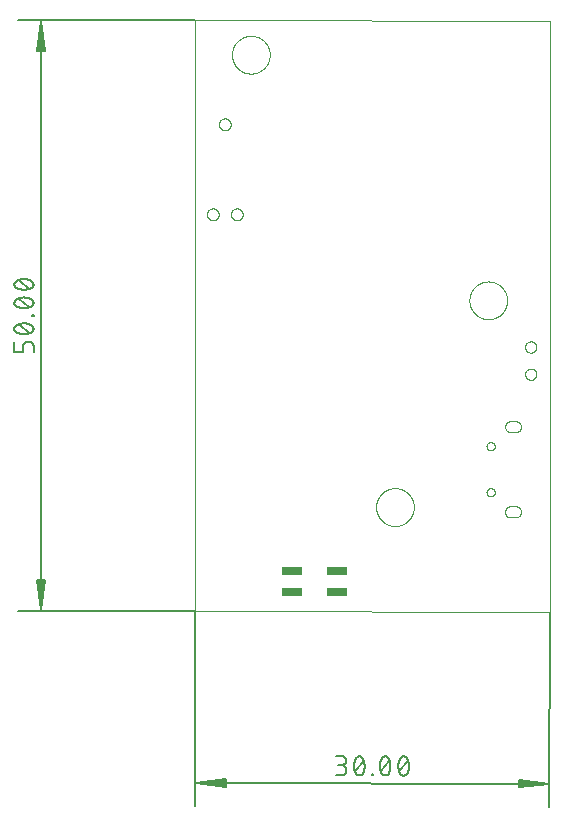
<source format=gbp>
G04 EAGLE Gerber X2 export*
%TF.Part,Single*%
%TF.FileFunction,Other,Solder paste bottom*%
%TF.FilePolarity,Positive*%
%TF.GenerationSoftware,Autodesk,EAGLE,9.4.2*%
%TF.CreationDate,2019-07-05T01:34:15Z*%
G75*
%MOMM*%
%FSLAX34Y34*%
%LPD*%
%INSolder paste bottom*%
%AMOC8*
5,1,8,0,0,1.08239X$1,22.5*%
G01*
%ADD10C,0.000000*%
%ADD11C,0.130000*%
%ADD12C,0.152400*%
%ADD13R,1.778000X0.762000*%


D10*
X0Y0D02*
X300000Y-600D01*
X299900Y499400D01*
X0Y500000D01*
X0Y0D01*
D11*
X0Y500000D02*
X-150000Y500000D01*
X-150000Y0D02*
X0Y0D01*
X-130500Y650D02*
X-130500Y499350D01*
X-133692Y474000D01*
X-127308Y474000D01*
X-130500Y499350D01*
X-131800Y474000D01*
X-129200Y474000D02*
X-130500Y499350D01*
X-133100Y474000D01*
X-127900Y474000D02*
X-130500Y499350D01*
X-133692Y26000D02*
X-130500Y650D01*
X-133692Y26000D02*
X-127308Y26000D01*
X-130500Y650D01*
X-131800Y26000D01*
X-129200Y26000D02*
X-130500Y650D01*
X-133100Y26000D01*
X-127900Y26000D02*
X-130500Y650D01*
D12*
X-137007Y218941D02*
X-137007Y224360D01*
X-137009Y224478D01*
X-137015Y224596D01*
X-137024Y224714D01*
X-137038Y224831D01*
X-137055Y224948D01*
X-137076Y225065D01*
X-137101Y225180D01*
X-137130Y225295D01*
X-137163Y225409D01*
X-137199Y225521D01*
X-137239Y225632D01*
X-137282Y225742D01*
X-137329Y225851D01*
X-137379Y225958D01*
X-137434Y226063D01*
X-137491Y226166D01*
X-137552Y226267D01*
X-137616Y226367D01*
X-137683Y226464D01*
X-137753Y226559D01*
X-137827Y226651D01*
X-137903Y226742D01*
X-137983Y226829D01*
X-138065Y226914D01*
X-138150Y226996D01*
X-138237Y227076D01*
X-138328Y227152D01*
X-138420Y227226D01*
X-138515Y227296D01*
X-138612Y227363D01*
X-138712Y227427D01*
X-138813Y227488D01*
X-138916Y227545D01*
X-139021Y227600D01*
X-139128Y227650D01*
X-139237Y227697D01*
X-139347Y227740D01*
X-139458Y227780D01*
X-139570Y227816D01*
X-139684Y227849D01*
X-139799Y227878D01*
X-139914Y227903D01*
X-140031Y227924D01*
X-140148Y227941D01*
X-140265Y227955D01*
X-140383Y227964D01*
X-140501Y227970D01*
X-140619Y227972D01*
X-142426Y227972D01*
X-142544Y227970D01*
X-142662Y227964D01*
X-142780Y227955D01*
X-142897Y227941D01*
X-143014Y227924D01*
X-143131Y227903D01*
X-143246Y227878D01*
X-143361Y227849D01*
X-143475Y227816D01*
X-143587Y227780D01*
X-143698Y227740D01*
X-143808Y227697D01*
X-143917Y227650D01*
X-144024Y227600D01*
X-144129Y227545D01*
X-144232Y227488D01*
X-144333Y227427D01*
X-144433Y227363D01*
X-144530Y227296D01*
X-144625Y227226D01*
X-144717Y227152D01*
X-144808Y227076D01*
X-144895Y226996D01*
X-144980Y226914D01*
X-145062Y226829D01*
X-145142Y226742D01*
X-145218Y226651D01*
X-145292Y226559D01*
X-145362Y226464D01*
X-145429Y226367D01*
X-145493Y226267D01*
X-145554Y226166D01*
X-145611Y226063D01*
X-145666Y225958D01*
X-145716Y225851D01*
X-145763Y225742D01*
X-145806Y225632D01*
X-145846Y225521D01*
X-145882Y225409D01*
X-145915Y225295D01*
X-145944Y225180D01*
X-145969Y225065D01*
X-145990Y224948D01*
X-146007Y224831D01*
X-146021Y224714D01*
X-146030Y224596D01*
X-146036Y224478D01*
X-146038Y224360D01*
X-146038Y218941D01*
X-153263Y218941D01*
X-153263Y227972D01*
X-151005Y235928D02*
X-150716Y235791D01*
X-150424Y235661D01*
X-150128Y235538D01*
X-149830Y235423D01*
X-149529Y235314D01*
X-149226Y235213D01*
X-148920Y235119D01*
X-148613Y235032D01*
X-148303Y234953D01*
X-147991Y234881D01*
X-147678Y234817D01*
X-147363Y234760D01*
X-147047Y234710D01*
X-146730Y234668D01*
X-146412Y234634D01*
X-146094Y234607D01*
X-145774Y234588D01*
X-145455Y234577D01*
X-145135Y234573D01*
X-151006Y235927D02*
X-151114Y235966D01*
X-151221Y236009D01*
X-151326Y236055D01*
X-151430Y236106D01*
X-151532Y236159D01*
X-151632Y236216D01*
X-151730Y236277D01*
X-151825Y236341D01*
X-151919Y236408D01*
X-152010Y236479D01*
X-152099Y236552D01*
X-152185Y236629D01*
X-152268Y236708D01*
X-152349Y236790D01*
X-152427Y236875D01*
X-152501Y236963D01*
X-152573Y237053D01*
X-152641Y237145D01*
X-152707Y237240D01*
X-152769Y237337D01*
X-152827Y237436D01*
X-152883Y237538D01*
X-152934Y237640D01*
X-152982Y237745D01*
X-153027Y237851D01*
X-153068Y237959D01*
X-153105Y238068D01*
X-153138Y238178D01*
X-153167Y238290D01*
X-153193Y238402D01*
X-153215Y238515D01*
X-153232Y238629D01*
X-153246Y238743D01*
X-153256Y238858D01*
X-153262Y238973D01*
X-153264Y239088D01*
X-153263Y239088D02*
X-153261Y239203D01*
X-153255Y239318D01*
X-153245Y239433D01*
X-153231Y239547D01*
X-153214Y239661D01*
X-153192Y239774D01*
X-153166Y239886D01*
X-153137Y239998D01*
X-153104Y240108D01*
X-153067Y240217D01*
X-153026Y240325D01*
X-152981Y240431D01*
X-152933Y240536D01*
X-152882Y240638D01*
X-152826Y240739D01*
X-152768Y240839D01*
X-152706Y240936D01*
X-152641Y241030D01*
X-152572Y241123D01*
X-152500Y241213D01*
X-152426Y241301D01*
X-152348Y241386D01*
X-152267Y241468D01*
X-152184Y241547D01*
X-152098Y241624D01*
X-152009Y241697D01*
X-151918Y241768D01*
X-151824Y241835D01*
X-151729Y241899D01*
X-151631Y241960D01*
X-151531Y242017D01*
X-151429Y242070D01*
X-151325Y242121D01*
X-151220Y242167D01*
X-151113Y242210D01*
X-151005Y242249D01*
X-151005Y242248D02*
X-150716Y242385D01*
X-150424Y242515D01*
X-150128Y242638D01*
X-149830Y242753D01*
X-149529Y242862D01*
X-149226Y242963D01*
X-148920Y243057D01*
X-148613Y243144D01*
X-148303Y243223D01*
X-147991Y243295D01*
X-147678Y243359D01*
X-147363Y243416D01*
X-147047Y243466D01*
X-146730Y243508D01*
X-146412Y243542D01*
X-146094Y243569D01*
X-145774Y243588D01*
X-145455Y243599D01*
X-145135Y243603D01*
X-145135Y234573D02*
X-144815Y234577D01*
X-144496Y234588D01*
X-144176Y234607D01*
X-143858Y234634D01*
X-143540Y234668D01*
X-143223Y234710D01*
X-142907Y234760D01*
X-142592Y234817D01*
X-142279Y234881D01*
X-141967Y234953D01*
X-141657Y235032D01*
X-141350Y235119D01*
X-141044Y235213D01*
X-140741Y235314D01*
X-140440Y235423D01*
X-140142Y235538D01*
X-139846Y235661D01*
X-139554Y235791D01*
X-139265Y235928D01*
X-139265Y235927D02*
X-139157Y235966D01*
X-139050Y236009D01*
X-138945Y236055D01*
X-138841Y236106D01*
X-138739Y236159D01*
X-138639Y236216D01*
X-138541Y236277D01*
X-138446Y236341D01*
X-138352Y236408D01*
X-138261Y236479D01*
X-138172Y236552D01*
X-138086Y236629D01*
X-138003Y236708D01*
X-137922Y236790D01*
X-137844Y236875D01*
X-137770Y236963D01*
X-137698Y237053D01*
X-137629Y237146D01*
X-137564Y237240D01*
X-137502Y237337D01*
X-137444Y237437D01*
X-137388Y237538D01*
X-137337Y237640D01*
X-137289Y237745D01*
X-137244Y237851D01*
X-137203Y237959D01*
X-137166Y238068D01*
X-137133Y238178D01*
X-137104Y238290D01*
X-137078Y238402D01*
X-137056Y238515D01*
X-137039Y238629D01*
X-137025Y238743D01*
X-137015Y238858D01*
X-137009Y238973D01*
X-137007Y239088D01*
X-139265Y242248D02*
X-139554Y242385D01*
X-139846Y242515D01*
X-140142Y242638D01*
X-140440Y242753D01*
X-140741Y242862D01*
X-141044Y242963D01*
X-141350Y243057D01*
X-141657Y243144D01*
X-141967Y243223D01*
X-142279Y243295D01*
X-142592Y243359D01*
X-142907Y243416D01*
X-143223Y243466D01*
X-143540Y243508D01*
X-143858Y243542D01*
X-144176Y243569D01*
X-144496Y243588D01*
X-144815Y243599D01*
X-145135Y243603D01*
X-139265Y242249D02*
X-139157Y242210D01*
X-139050Y242167D01*
X-138945Y242121D01*
X-138841Y242070D01*
X-138739Y242017D01*
X-138639Y241960D01*
X-138541Y241899D01*
X-138446Y241835D01*
X-138352Y241768D01*
X-138261Y241697D01*
X-138172Y241624D01*
X-138086Y241547D01*
X-138003Y241468D01*
X-137922Y241386D01*
X-137844Y241301D01*
X-137770Y241213D01*
X-137698Y241123D01*
X-137629Y241030D01*
X-137564Y240936D01*
X-137502Y240839D01*
X-137444Y240739D01*
X-137388Y240638D01*
X-137337Y240535D01*
X-137289Y240431D01*
X-137244Y240325D01*
X-137203Y240217D01*
X-137166Y240108D01*
X-137133Y239998D01*
X-137104Y239886D01*
X-137078Y239774D01*
X-137056Y239661D01*
X-137039Y239547D01*
X-137025Y239433D01*
X-137015Y239318D01*
X-137009Y239203D01*
X-137007Y239088D01*
X-140619Y235476D02*
X-149651Y242701D01*
X-137910Y249578D02*
X-137007Y249578D01*
X-137910Y249578D02*
X-137910Y250481D01*
X-137007Y250481D01*
X-137007Y249578D01*
X-145135Y256456D02*
X-145455Y256460D01*
X-145774Y256471D01*
X-146094Y256490D01*
X-146412Y256517D01*
X-146730Y256551D01*
X-147047Y256593D01*
X-147363Y256643D01*
X-147678Y256700D01*
X-147991Y256764D01*
X-148303Y256836D01*
X-148613Y256915D01*
X-148920Y257002D01*
X-149226Y257096D01*
X-149529Y257197D01*
X-149830Y257306D01*
X-150128Y257421D01*
X-150424Y257544D01*
X-150716Y257674D01*
X-151005Y257811D01*
X-151006Y257811D02*
X-151114Y257850D01*
X-151221Y257893D01*
X-151326Y257939D01*
X-151430Y257990D01*
X-151532Y258043D01*
X-151632Y258100D01*
X-151730Y258161D01*
X-151825Y258225D01*
X-151919Y258292D01*
X-152010Y258363D01*
X-152099Y258436D01*
X-152185Y258513D01*
X-152268Y258592D01*
X-152349Y258674D01*
X-152427Y258759D01*
X-152501Y258847D01*
X-152573Y258937D01*
X-152641Y259029D01*
X-152707Y259124D01*
X-152769Y259221D01*
X-152827Y259320D01*
X-152883Y259422D01*
X-152934Y259524D01*
X-152982Y259629D01*
X-153027Y259735D01*
X-153068Y259843D01*
X-153105Y259952D01*
X-153138Y260062D01*
X-153167Y260174D01*
X-153193Y260286D01*
X-153215Y260399D01*
X-153232Y260513D01*
X-153246Y260627D01*
X-153256Y260742D01*
X-153262Y260857D01*
X-153264Y260972D01*
X-153263Y260972D02*
X-153261Y261087D01*
X-153255Y261202D01*
X-153245Y261317D01*
X-153231Y261431D01*
X-153214Y261545D01*
X-153192Y261658D01*
X-153166Y261770D01*
X-153137Y261882D01*
X-153104Y261992D01*
X-153067Y262101D01*
X-153026Y262209D01*
X-152981Y262315D01*
X-152933Y262420D01*
X-152882Y262522D01*
X-152826Y262623D01*
X-152768Y262723D01*
X-152706Y262820D01*
X-152641Y262914D01*
X-152572Y263007D01*
X-152500Y263097D01*
X-152426Y263185D01*
X-152348Y263270D01*
X-152267Y263352D01*
X-152184Y263431D01*
X-152098Y263508D01*
X-152009Y263581D01*
X-151918Y263652D01*
X-151824Y263719D01*
X-151729Y263783D01*
X-151631Y263844D01*
X-151531Y263901D01*
X-151429Y263954D01*
X-151325Y264005D01*
X-151220Y264051D01*
X-151113Y264094D01*
X-151005Y264133D01*
X-151005Y264132D02*
X-150716Y264269D01*
X-150424Y264399D01*
X-150128Y264522D01*
X-149830Y264637D01*
X-149529Y264746D01*
X-149226Y264847D01*
X-148920Y264941D01*
X-148613Y265028D01*
X-148303Y265107D01*
X-147991Y265179D01*
X-147678Y265243D01*
X-147363Y265300D01*
X-147047Y265350D01*
X-146730Y265392D01*
X-146412Y265426D01*
X-146094Y265453D01*
X-145774Y265472D01*
X-145455Y265483D01*
X-145135Y265487D01*
X-145135Y256457D02*
X-144815Y256461D01*
X-144496Y256472D01*
X-144176Y256491D01*
X-143858Y256518D01*
X-143540Y256552D01*
X-143223Y256594D01*
X-142907Y256644D01*
X-142592Y256701D01*
X-142279Y256765D01*
X-141967Y256837D01*
X-141657Y256916D01*
X-141350Y257003D01*
X-141044Y257097D01*
X-140741Y257198D01*
X-140440Y257307D01*
X-140142Y257422D01*
X-139846Y257545D01*
X-139554Y257675D01*
X-139265Y257812D01*
X-139265Y257811D02*
X-139157Y257850D01*
X-139050Y257893D01*
X-138945Y257939D01*
X-138841Y257990D01*
X-138739Y258043D01*
X-138639Y258100D01*
X-138541Y258161D01*
X-138446Y258225D01*
X-138352Y258292D01*
X-138261Y258363D01*
X-138172Y258436D01*
X-138086Y258513D01*
X-138003Y258592D01*
X-137922Y258674D01*
X-137844Y258759D01*
X-137770Y258847D01*
X-137698Y258937D01*
X-137629Y259030D01*
X-137564Y259124D01*
X-137502Y259221D01*
X-137444Y259321D01*
X-137388Y259422D01*
X-137337Y259524D01*
X-137289Y259629D01*
X-137244Y259735D01*
X-137203Y259843D01*
X-137166Y259952D01*
X-137133Y260062D01*
X-137104Y260174D01*
X-137078Y260286D01*
X-137056Y260399D01*
X-137039Y260513D01*
X-137025Y260627D01*
X-137015Y260742D01*
X-137009Y260857D01*
X-137007Y260972D01*
X-139265Y264132D02*
X-139554Y264269D01*
X-139846Y264399D01*
X-140142Y264522D01*
X-140440Y264637D01*
X-140741Y264746D01*
X-141044Y264847D01*
X-141350Y264941D01*
X-141657Y265028D01*
X-141967Y265107D01*
X-142279Y265179D01*
X-142592Y265243D01*
X-142907Y265300D01*
X-143223Y265350D01*
X-143540Y265392D01*
X-143858Y265426D01*
X-144176Y265453D01*
X-144496Y265472D01*
X-144815Y265483D01*
X-145135Y265487D01*
X-139265Y264133D02*
X-139157Y264094D01*
X-139050Y264051D01*
X-138945Y264005D01*
X-138841Y263954D01*
X-138739Y263901D01*
X-138639Y263844D01*
X-138541Y263783D01*
X-138446Y263719D01*
X-138352Y263652D01*
X-138261Y263581D01*
X-138172Y263508D01*
X-138086Y263431D01*
X-138003Y263352D01*
X-137922Y263270D01*
X-137844Y263185D01*
X-137770Y263097D01*
X-137698Y263007D01*
X-137629Y262914D01*
X-137564Y262820D01*
X-137502Y262723D01*
X-137444Y262623D01*
X-137388Y262522D01*
X-137337Y262419D01*
X-137289Y262315D01*
X-137244Y262209D01*
X-137203Y262101D01*
X-137166Y261992D01*
X-137133Y261882D01*
X-137104Y261770D01*
X-137078Y261658D01*
X-137056Y261545D01*
X-137039Y261431D01*
X-137025Y261317D01*
X-137015Y261202D01*
X-137009Y261087D01*
X-137007Y260972D01*
X-140619Y257359D02*
X-149651Y264584D01*
X-145135Y272088D02*
X-145455Y272092D01*
X-145774Y272103D01*
X-146094Y272122D01*
X-146412Y272149D01*
X-146730Y272183D01*
X-147047Y272225D01*
X-147363Y272275D01*
X-147678Y272332D01*
X-147991Y272396D01*
X-148303Y272468D01*
X-148613Y272547D01*
X-148920Y272634D01*
X-149226Y272728D01*
X-149529Y272829D01*
X-149830Y272938D01*
X-150128Y273053D01*
X-150424Y273176D01*
X-150716Y273306D01*
X-151005Y273443D01*
X-151006Y273442D02*
X-151114Y273481D01*
X-151221Y273524D01*
X-151326Y273570D01*
X-151430Y273621D01*
X-151532Y273674D01*
X-151632Y273731D01*
X-151730Y273792D01*
X-151825Y273856D01*
X-151919Y273923D01*
X-152010Y273994D01*
X-152099Y274067D01*
X-152185Y274144D01*
X-152268Y274223D01*
X-152349Y274305D01*
X-152427Y274390D01*
X-152501Y274478D01*
X-152573Y274568D01*
X-152641Y274660D01*
X-152707Y274755D01*
X-152769Y274852D01*
X-152827Y274951D01*
X-152883Y275053D01*
X-152934Y275155D01*
X-152982Y275260D01*
X-153027Y275366D01*
X-153068Y275474D01*
X-153105Y275583D01*
X-153138Y275693D01*
X-153167Y275805D01*
X-153193Y275917D01*
X-153215Y276030D01*
X-153232Y276144D01*
X-153246Y276258D01*
X-153256Y276373D01*
X-153262Y276488D01*
X-153264Y276603D01*
X-153263Y276603D02*
X-153261Y276718D01*
X-153255Y276833D01*
X-153245Y276948D01*
X-153231Y277062D01*
X-153214Y277176D01*
X-153192Y277289D01*
X-153166Y277401D01*
X-153137Y277513D01*
X-153104Y277623D01*
X-153067Y277732D01*
X-153026Y277840D01*
X-152981Y277946D01*
X-152933Y278051D01*
X-152882Y278153D01*
X-152826Y278254D01*
X-152768Y278354D01*
X-152706Y278451D01*
X-152641Y278545D01*
X-152572Y278638D01*
X-152500Y278728D01*
X-152426Y278816D01*
X-152348Y278901D01*
X-152267Y278983D01*
X-152184Y279062D01*
X-152098Y279139D01*
X-152009Y279212D01*
X-151918Y279283D01*
X-151824Y279350D01*
X-151729Y279414D01*
X-151631Y279475D01*
X-151531Y279532D01*
X-151429Y279585D01*
X-151325Y279636D01*
X-151220Y279682D01*
X-151113Y279725D01*
X-151005Y279764D01*
X-151005Y279763D02*
X-150716Y279900D01*
X-150424Y280030D01*
X-150128Y280153D01*
X-149830Y280268D01*
X-149529Y280377D01*
X-149226Y280478D01*
X-148920Y280572D01*
X-148613Y280659D01*
X-148303Y280738D01*
X-147991Y280810D01*
X-147678Y280874D01*
X-147363Y280931D01*
X-147047Y280981D01*
X-146730Y281023D01*
X-146412Y281057D01*
X-146094Y281084D01*
X-145774Y281103D01*
X-145455Y281114D01*
X-145135Y281118D01*
X-145135Y272088D02*
X-144815Y272092D01*
X-144496Y272103D01*
X-144176Y272122D01*
X-143858Y272149D01*
X-143540Y272183D01*
X-143223Y272225D01*
X-142907Y272275D01*
X-142592Y272332D01*
X-142279Y272396D01*
X-141967Y272468D01*
X-141657Y272547D01*
X-141350Y272634D01*
X-141044Y272728D01*
X-140741Y272829D01*
X-140440Y272938D01*
X-140142Y273053D01*
X-139846Y273176D01*
X-139554Y273306D01*
X-139265Y273443D01*
X-139265Y273442D02*
X-139157Y273481D01*
X-139050Y273524D01*
X-138945Y273570D01*
X-138841Y273621D01*
X-138739Y273674D01*
X-138639Y273731D01*
X-138541Y273792D01*
X-138446Y273856D01*
X-138352Y273923D01*
X-138261Y273994D01*
X-138172Y274067D01*
X-138086Y274144D01*
X-138003Y274223D01*
X-137922Y274305D01*
X-137844Y274390D01*
X-137770Y274478D01*
X-137698Y274568D01*
X-137629Y274661D01*
X-137564Y274755D01*
X-137502Y274852D01*
X-137444Y274952D01*
X-137388Y275053D01*
X-137337Y275155D01*
X-137289Y275260D01*
X-137244Y275366D01*
X-137203Y275474D01*
X-137166Y275583D01*
X-137133Y275693D01*
X-137104Y275805D01*
X-137078Y275917D01*
X-137056Y276030D01*
X-137039Y276144D01*
X-137025Y276258D01*
X-137015Y276373D01*
X-137009Y276488D01*
X-137007Y276603D01*
X-139265Y279763D02*
X-139554Y279900D01*
X-139846Y280030D01*
X-140142Y280153D01*
X-140440Y280268D01*
X-140741Y280377D01*
X-141044Y280478D01*
X-141350Y280572D01*
X-141657Y280659D01*
X-141967Y280738D01*
X-142279Y280810D01*
X-142592Y280874D01*
X-142907Y280931D01*
X-143223Y280981D01*
X-143540Y281023D01*
X-143858Y281057D01*
X-144176Y281084D01*
X-144496Y281103D01*
X-144815Y281114D01*
X-145135Y281118D01*
X-139265Y279764D02*
X-139157Y279725D01*
X-139050Y279682D01*
X-138945Y279636D01*
X-138841Y279585D01*
X-138739Y279532D01*
X-138639Y279475D01*
X-138541Y279414D01*
X-138446Y279350D01*
X-138352Y279283D01*
X-138261Y279212D01*
X-138172Y279139D01*
X-138086Y279062D01*
X-138003Y278983D01*
X-137922Y278901D01*
X-137844Y278816D01*
X-137770Y278728D01*
X-137698Y278638D01*
X-137629Y278545D01*
X-137564Y278451D01*
X-137502Y278354D01*
X-137444Y278254D01*
X-137388Y278153D01*
X-137337Y278050D01*
X-137289Y277946D01*
X-137244Y277840D01*
X-137203Y277732D01*
X-137166Y277623D01*
X-137133Y277513D01*
X-137104Y277401D01*
X-137078Y277289D01*
X-137056Y277176D01*
X-137039Y277062D01*
X-137025Y276948D01*
X-137015Y276833D01*
X-137009Y276718D01*
X-137007Y276603D01*
X-140619Y272991D02*
X-149651Y280215D01*
D11*
X0Y0D02*
X-330Y-164942D01*
X299670Y-165542D02*
X300000Y-600D01*
X299059Y-146041D02*
X359Y-145443D01*
X25715Y-142302D01*
X25703Y-148686D01*
X359Y-145443D01*
X25712Y-144194D01*
X25706Y-146794D02*
X359Y-145443D01*
X25714Y-142894D01*
X25704Y-148094D02*
X359Y-145443D01*
X273716Y-142798D02*
X299059Y-146041D01*
X273716Y-142798D02*
X273703Y-149182D01*
X299059Y-146041D01*
X273712Y-144690D01*
X273707Y-147290D02*
X299059Y-146041D01*
X273714Y-143390D01*
X273704Y-148590D02*
X299059Y-146041D01*
D12*
X123179Y-139181D02*
X118663Y-139173D01*
X123179Y-139181D02*
X123313Y-139179D01*
X123447Y-139174D01*
X123580Y-139164D01*
X123713Y-139150D01*
X123846Y-139133D01*
X123978Y-139111D01*
X124109Y-139086D01*
X124240Y-139056D01*
X124370Y-139023D01*
X124498Y-138986D01*
X124626Y-138946D01*
X124752Y-138901D01*
X124877Y-138853D01*
X125000Y-138801D01*
X125122Y-138745D01*
X125242Y-138686D01*
X125360Y-138624D01*
X125477Y-138557D01*
X125591Y-138488D01*
X125703Y-138415D01*
X125813Y-138339D01*
X125921Y-138259D01*
X126026Y-138177D01*
X126129Y-138091D01*
X126229Y-138002D01*
X126327Y-137911D01*
X126422Y-137816D01*
X126514Y-137719D01*
X126603Y-137619D01*
X126689Y-137517D01*
X126772Y-137412D01*
X126852Y-137304D01*
X126928Y-137194D01*
X127001Y-137082D01*
X127071Y-136968D01*
X127138Y-136852D01*
X127201Y-136734D01*
X127261Y-136614D01*
X127317Y-136493D01*
X127369Y-136370D01*
X127418Y-136245D01*
X127463Y-136119D01*
X127504Y-135991D01*
X127541Y-135863D01*
X127575Y-135733D01*
X127605Y-135603D01*
X127630Y-135472D01*
X127652Y-135340D01*
X127670Y-135207D01*
X127684Y-135074D01*
X127695Y-134940D01*
X127701Y-134807D01*
X127703Y-134673D01*
X127701Y-134539D01*
X127696Y-134405D01*
X127686Y-134272D01*
X127672Y-134139D01*
X127655Y-134006D01*
X127633Y-133874D01*
X127608Y-133743D01*
X127579Y-133612D01*
X127545Y-133482D01*
X127508Y-133354D01*
X127468Y-133226D01*
X127423Y-133100D01*
X127375Y-132975D01*
X127323Y-132852D01*
X127267Y-132730D01*
X127208Y-132610D01*
X127146Y-132492D01*
X127079Y-132375D01*
X127010Y-132261D01*
X126937Y-132149D01*
X126861Y-132039D01*
X126781Y-131931D01*
X126699Y-131826D01*
X126613Y-131723D01*
X126524Y-131623D01*
X126433Y-131525D01*
X126338Y-131430D01*
X126241Y-131338D01*
X126141Y-131249D01*
X126039Y-131163D01*
X125934Y-131080D01*
X125826Y-131000D01*
X125716Y-130924D01*
X125604Y-130851D01*
X125490Y-130781D01*
X125374Y-130714D01*
X125256Y-130651D01*
X125136Y-130591D01*
X125015Y-130535D01*
X124892Y-130483D01*
X124767Y-130434D01*
X124641Y-130389D01*
X124513Y-130348D01*
X124385Y-130311D01*
X124255Y-130277D01*
X124125Y-130247D01*
X123994Y-130222D01*
X123862Y-130200D01*
X123729Y-130182D01*
X123596Y-130168D01*
X123462Y-130157D01*
X123329Y-130151D01*
X123195Y-130149D01*
X124110Y-122926D02*
X118692Y-122917D01*
X124110Y-122927D02*
X124230Y-122929D01*
X124349Y-122935D01*
X124468Y-122945D01*
X124587Y-122959D01*
X124705Y-122977D01*
X124822Y-122999D01*
X124939Y-123025D01*
X125055Y-123054D01*
X125169Y-123088D01*
X125283Y-123125D01*
X125395Y-123166D01*
X125506Y-123210D01*
X125615Y-123258D01*
X125723Y-123310D01*
X125829Y-123365D01*
X125933Y-123424D01*
X126035Y-123486D01*
X126135Y-123552D01*
X126232Y-123621D01*
X126328Y-123693D01*
X126420Y-123768D01*
X126511Y-123846D01*
X126599Y-123927D01*
X126684Y-124011D01*
X126766Y-124097D01*
X126845Y-124187D01*
X126921Y-124279D01*
X126994Y-124373D01*
X127064Y-124470D01*
X127131Y-124569D01*
X127195Y-124670D01*
X127255Y-124773D01*
X127312Y-124878D01*
X127365Y-124985D01*
X127414Y-125094D01*
X127460Y-125204D01*
X127503Y-125316D01*
X127541Y-125429D01*
X127576Y-125543D01*
X127607Y-125658D01*
X127634Y-125775D01*
X127658Y-125892D01*
X127677Y-126010D01*
X127693Y-126128D01*
X127704Y-126247D01*
X127712Y-126366D01*
X127716Y-126486D01*
X127715Y-126605D01*
X127711Y-126724D01*
X127703Y-126844D01*
X127691Y-126962D01*
X127675Y-127081D01*
X127655Y-127199D01*
X127632Y-127316D01*
X127604Y-127432D01*
X127572Y-127547D01*
X127537Y-127661D01*
X127498Y-127774D01*
X127456Y-127886D01*
X127409Y-127996D01*
X127359Y-128104D01*
X127306Y-128211D01*
X127249Y-128316D01*
X127188Y-128419D01*
X127124Y-128520D01*
X127057Y-128619D01*
X126987Y-128715D01*
X126913Y-128809D01*
X126837Y-128901D01*
X126757Y-128990D01*
X126675Y-129076D01*
X126589Y-129160D01*
X126501Y-129241D01*
X126411Y-129318D01*
X126318Y-129393D01*
X126222Y-129465D01*
X126124Y-129533D01*
X126024Y-129598D01*
X125922Y-129660D01*
X125818Y-129719D01*
X125712Y-129774D01*
X125604Y-129825D01*
X125494Y-129873D01*
X125383Y-129917D01*
X125271Y-129957D01*
X125157Y-129994D01*
X125042Y-130027D01*
X124927Y-130056D01*
X124810Y-130081D01*
X124692Y-130103D01*
X124574Y-130120D01*
X124456Y-130134D01*
X124336Y-130144D01*
X124217Y-130149D01*
X124098Y-130151D01*
X120485Y-130145D01*
X134309Y-131072D02*
X134313Y-130752D01*
X134325Y-130432D01*
X134345Y-130113D01*
X134372Y-129795D01*
X134407Y-129477D01*
X134450Y-129160D01*
X134500Y-128844D01*
X134557Y-128529D01*
X134622Y-128216D01*
X134694Y-127905D01*
X134774Y-127595D01*
X134862Y-127287D01*
X134956Y-126982D01*
X135058Y-126679D01*
X135167Y-126378D01*
X135283Y-126080D01*
X135406Y-125785D01*
X135537Y-125493D01*
X135674Y-125204D01*
X135673Y-125204D02*
X135713Y-125096D01*
X135756Y-124989D01*
X135803Y-124884D01*
X135853Y-124780D01*
X135907Y-124679D01*
X135964Y-124579D01*
X136025Y-124481D01*
X136089Y-124385D01*
X136156Y-124292D01*
X136227Y-124201D01*
X136301Y-124113D01*
X136377Y-124027D01*
X136457Y-123943D01*
X136539Y-123863D01*
X136624Y-123785D01*
X136712Y-123711D01*
X136802Y-123639D01*
X136895Y-123571D01*
X136990Y-123506D01*
X137087Y-123444D01*
X137186Y-123386D01*
X137287Y-123331D01*
X137390Y-123279D01*
X137495Y-123231D01*
X137601Y-123187D01*
X137709Y-123146D01*
X137818Y-123110D01*
X137928Y-123077D01*
X138040Y-123047D01*
X138152Y-123022D01*
X138265Y-123000D01*
X138379Y-122983D01*
X138493Y-122969D01*
X138608Y-122960D01*
X138723Y-122954D01*
X138838Y-122952D01*
X138953Y-122954D01*
X139068Y-122960D01*
X139183Y-122970D01*
X139297Y-122984D01*
X139410Y-123002D01*
X139524Y-123024D01*
X139636Y-123050D01*
X139747Y-123080D01*
X139857Y-123113D01*
X139966Y-123150D01*
X140074Y-123191D01*
X140180Y-123236D01*
X140284Y-123284D01*
X140387Y-123336D01*
X140488Y-123391D01*
X140587Y-123450D01*
X140684Y-123512D01*
X140779Y-123578D01*
X140871Y-123646D01*
X140961Y-123718D01*
X141048Y-123793D01*
X141133Y-123871D01*
X141215Y-123952D01*
X141295Y-124035D01*
X141371Y-124121D01*
X141444Y-124210D01*
X141514Y-124301D01*
X141581Y-124395D01*
X141645Y-124491D01*
X141706Y-124589D01*
X141763Y-124689D01*
X141816Y-124791D01*
X141866Y-124894D01*
X141913Y-125000D01*
X141955Y-125107D01*
X141994Y-125215D01*
X141996Y-125216D02*
X142132Y-125505D01*
X142261Y-125798D01*
X142383Y-126093D01*
X142498Y-126391D01*
X142606Y-126692D01*
X142707Y-126996D01*
X142801Y-127302D01*
X142887Y-127610D01*
X142966Y-127920D01*
X143037Y-128231D01*
X143101Y-128545D01*
X143157Y-128860D01*
X143206Y-129176D01*
X143247Y-129493D01*
X143281Y-129811D01*
X143307Y-130130D01*
X143326Y-130449D01*
X143337Y-130768D01*
X143340Y-131088D01*
X134308Y-131072D02*
X134311Y-131392D01*
X134322Y-131712D01*
X134341Y-132031D01*
X134367Y-132350D01*
X134401Y-132668D01*
X134442Y-132985D01*
X134491Y-133301D01*
X134547Y-133616D01*
X134611Y-133929D01*
X134682Y-134241D01*
X134761Y-134551D01*
X134847Y-134859D01*
X134941Y-135165D01*
X135042Y-135468D01*
X135150Y-135769D01*
X135265Y-136068D01*
X135387Y-136363D01*
X135516Y-136656D01*
X135652Y-136945D01*
X135654Y-136944D02*
X135693Y-137052D01*
X135735Y-137159D01*
X135782Y-137265D01*
X135832Y-137368D01*
X135885Y-137470D01*
X135942Y-137570D01*
X136003Y-137668D01*
X136067Y-137764D01*
X136134Y-137858D01*
X136204Y-137949D01*
X136277Y-138038D01*
X136353Y-138124D01*
X136433Y-138207D01*
X136515Y-138288D01*
X136600Y-138366D01*
X136687Y-138441D01*
X136777Y-138513D01*
X136869Y-138581D01*
X136964Y-138647D01*
X137061Y-138709D01*
X137160Y-138768D01*
X137261Y-138823D01*
X137364Y-138875D01*
X137468Y-138923D01*
X137574Y-138968D01*
X137682Y-139009D01*
X137791Y-139046D01*
X137901Y-139079D01*
X138012Y-139109D01*
X138124Y-139135D01*
X138238Y-139157D01*
X138351Y-139175D01*
X138465Y-139189D01*
X138580Y-139199D01*
X138695Y-139205D01*
X138810Y-139207D01*
X141974Y-136956D02*
X142111Y-136667D01*
X142242Y-136375D01*
X142365Y-136080D01*
X142481Y-135782D01*
X142590Y-135481D01*
X142692Y-135178D01*
X142786Y-134873D01*
X142874Y-134565D01*
X142954Y-134255D01*
X143026Y-133944D01*
X143091Y-133631D01*
X143148Y-133316D01*
X143198Y-133000D01*
X143241Y-132683D01*
X143276Y-132365D01*
X143303Y-132047D01*
X143323Y-131728D01*
X143335Y-131408D01*
X143339Y-131088D01*
X141975Y-136955D02*
X141935Y-137063D01*
X141892Y-137170D01*
X141845Y-137275D01*
X141795Y-137379D01*
X141741Y-137480D01*
X141684Y-137580D01*
X141623Y-137678D01*
X141559Y-137774D01*
X141491Y-137867D01*
X141421Y-137958D01*
X141347Y-138047D01*
X141271Y-138132D01*
X141191Y-138216D01*
X141109Y-138296D01*
X141024Y-138374D01*
X140936Y-138448D01*
X140846Y-138520D01*
X140753Y-138588D01*
X140658Y-138653D01*
X140561Y-138715D01*
X140462Y-138773D01*
X140361Y-138828D01*
X140258Y-138880D01*
X140153Y-138928D01*
X140047Y-138972D01*
X139939Y-139013D01*
X139830Y-139049D01*
X139720Y-139082D01*
X139608Y-139112D01*
X139496Y-139137D01*
X139383Y-139159D01*
X139269Y-139176D01*
X139155Y-139190D01*
X139040Y-139199D01*
X138925Y-139205D01*
X138810Y-139207D01*
X135204Y-135589D02*
X142444Y-126571D01*
X149302Y-138323D02*
X149300Y-139226D01*
X149302Y-138323D02*
X150205Y-138325D01*
X150203Y-139228D01*
X149300Y-139226D01*
X156192Y-131110D02*
X156196Y-130790D01*
X156208Y-130470D01*
X156228Y-130151D01*
X156255Y-129833D01*
X156290Y-129515D01*
X156333Y-129198D01*
X156383Y-128882D01*
X156440Y-128567D01*
X156505Y-128254D01*
X156577Y-127943D01*
X156657Y-127633D01*
X156745Y-127325D01*
X156839Y-127020D01*
X156941Y-126717D01*
X157050Y-126416D01*
X157166Y-126118D01*
X157289Y-125823D01*
X157420Y-125531D01*
X157557Y-125242D01*
X157597Y-125134D01*
X157640Y-125027D01*
X157687Y-124922D01*
X157737Y-124818D01*
X157791Y-124717D01*
X157848Y-124617D01*
X157909Y-124519D01*
X157973Y-124423D01*
X158040Y-124330D01*
X158111Y-124239D01*
X158185Y-124151D01*
X158261Y-124065D01*
X158341Y-123981D01*
X158423Y-123901D01*
X158508Y-123823D01*
X158596Y-123749D01*
X158686Y-123677D01*
X158779Y-123609D01*
X158874Y-123544D01*
X158971Y-123482D01*
X159070Y-123424D01*
X159171Y-123369D01*
X159274Y-123317D01*
X159379Y-123269D01*
X159485Y-123225D01*
X159593Y-123184D01*
X159702Y-123148D01*
X159812Y-123115D01*
X159924Y-123085D01*
X160036Y-123060D01*
X160149Y-123038D01*
X160263Y-123021D01*
X160377Y-123007D01*
X160492Y-122998D01*
X160607Y-122992D01*
X160722Y-122990D01*
X160837Y-122992D01*
X160952Y-122998D01*
X161067Y-123008D01*
X161181Y-123022D01*
X161294Y-123040D01*
X161408Y-123062D01*
X161520Y-123088D01*
X161631Y-123118D01*
X161741Y-123151D01*
X161850Y-123188D01*
X161958Y-123229D01*
X162064Y-123274D01*
X162168Y-123322D01*
X162271Y-123374D01*
X162372Y-123429D01*
X162471Y-123488D01*
X162568Y-123550D01*
X162663Y-123616D01*
X162755Y-123684D01*
X162845Y-123756D01*
X162932Y-123831D01*
X163017Y-123909D01*
X163099Y-123990D01*
X163179Y-124073D01*
X163255Y-124159D01*
X163328Y-124248D01*
X163398Y-124339D01*
X163465Y-124433D01*
X163529Y-124529D01*
X163590Y-124627D01*
X163647Y-124727D01*
X163700Y-124829D01*
X163750Y-124932D01*
X163797Y-125038D01*
X163839Y-125145D01*
X163878Y-125253D01*
X163879Y-125254D02*
X164015Y-125543D01*
X164144Y-125836D01*
X164266Y-126131D01*
X164381Y-126429D01*
X164489Y-126730D01*
X164590Y-127034D01*
X164684Y-127340D01*
X164770Y-127648D01*
X164849Y-127958D01*
X164920Y-128269D01*
X164984Y-128583D01*
X165040Y-128898D01*
X165089Y-129214D01*
X165130Y-129531D01*
X165164Y-129849D01*
X165190Y-130168D01*
X165209Y-130487D01*
X165220Y-130806D01*
X165223Y-131126D01*
X156192Y-131110D02*
X156195Y-131430D01*
X156206Y-131750D01*
X156225Y-132069D01*
X156251Y-132388D01*
X156285Y-132706D01*
X156326Y-133023D01*
X156375Y-133339D01*
X156431Y-133654D01*
X156495Y-133967D01*
X156566Y-134279D01*
X156645Y-134589D01*
X156731Y-134897D01*
X156825Y-135203D01*
X156926Y-135506D01*
X157034Y-135807D01*
X157149Y-136106D01*
X157271Y-136401D01*
X157400Y-136694D01*
X157536Y-136983D01*
X157537Y-136983D02*
X157576Y-137091D01*
X157618Y-137198D01*
X157665Y-137304D01*
X157715Y-137407D01*
X157768Y-137509D01*
X157825Y-137609D01*
X157886Y-137707D01*
X157950Y-137803D01*
X158017Y-137897D01*
X158087Y-137988D01*
X158160Y-138077D01*
X158236Y-138163D01*
X158316Y-138246D01*
X158398Y-138327D01*
X158483Y-138405D01*
X158570Y-138480D01*
X158660Y-138552D01*
X158752Y-138620D01*
X158847Y-138686D01*
X158944Y-138748D01*
X159043Y-138807D01*
X159144Y-138862D01*
X159247Y-138914D01*
X159351Y-138962D01*
X159457Y-139007D01*
X159565Y-139048D01*
X159674Y-139085D01*
X159784Y-139118D01*
X159895Y-139148D01*
X160007Y-139174D01*
X160121Y-139196D01*
X160234Y-139214D01*
X160348Y-139228D01*
X160463Y-139238D01*
X160578Y-139244D01*
X160693Y-139246D01*
X163858Y-136994D02*
X163995Y-136705D01*
X164126Y-136413D01*
X164249Y-136118D01*
X164365Y-135820D01*
X164474Y-135519D01*
X164576Y-135216D01*
X164670Y-134911D01*
X164758Y-134603D01*
X164838Y-134293D01*
X164910Y-133982D01*
X164975Y-133669D01*
X165032Y-133354D01*
X165082Y-133038D01*
X165125Y-132721D01*
X165160Y-132403D01*
X165187Y-132085D01*
X165207Y-131766D01*
X165219Y-131446D01*
X165223Y-131126D01*
X163858Y-136994D02*
X163818Y-137102D01*
X163775Y-137209D01*
X163728Y-137314D01*
X163678Y-137418D01*
X163624Y-137519D01*
X163567Y-137619D01*
X163506Y-137717D01*
X163442Y-137813D01*
X163374Y-137906D01*
X163304Y-137997D01*
X163230Y-138086D01*
X163154Y-138171D01*
X163074Y-138255D01*
X162992Y-138335D01*
X162907Y-138413D01*
X162819Y-138487D01*
X162729Y-138559D01*
X162636Y-138627D01*
X162541Y-138692D01*
X162444Y-138754D01*
X162345Y-138812D01*
X162244Y-138867D01*
X162141Y-138919D01*
X162036Y-138967D01*
X161930Y-139011D01*
X161822Y-139052D01*
X161713Y-139088D01*
X161603Y-139121D01*
X161491Y-139151D01*
X161379Y-139176D01*
X161266Y-139198D01*
X161152Y-139215D01*
X161038Y-139229D01*
X160923Y-139238D01*
X160808Y-139244D01*
X160693Y-139246D01*
X157087Y-135627D02*
X164328Y-126609D01*
X171824Y-131138D02*
X171828Y-130818D01*
X171840Y-130498D01*
X171860Y-130179D01*
X171887Y-129861D01*
X171922Y-129543D01*
X171965Y-129226D01*
X172015Y-128910D01*
X172072Y-128595D01*
X172137Y-128282D01*
X172209Y-127971D01*
X172289Y-127661D01*
X172377Y-127353D01*
X172471Y-127048D01*
X172573Y-126745D01*
X172682Y-126444D01*
X172798Y-126146D01*
X172921Y-125851D01*
X173052Y-125559D01*
X173189Y-125270D01*
X173188Y-125270D02*
X173228Y-125162D01*
X173271Y-125055D01*
X173318Y-124950D01*
X173368Y-124846D01*
X173422Y-124745D01*
X173479Y-124645D01*
X173540Y-124547D01*
X173604Y-124451D01*
X173671Y-124358D01*
X173742Y-124267D01*
X173816Y-124179D01*
X173892Y-124093D01*
X173972Y-124009D01*
X174054Y-123929D01*
X174139Y-123851D01*
X174227Y-123777D01*
X174317Y-123705D01*
X174410Y-123637D01*
X174505Y-123572D01*
X174602Y-123510D01*
X174701Y-123452D01*
X174802Y-123397D01*
X174905Y-123345D01*
X175010Y-123297D01*
X175116Y-123253D01*
X175224Y-123212D01*
X175333Y-123176D01*
X175443Y-123143D01*
X175555Y-123113D01*
X175667Y-123088D01*
X175780Y-123066D01*
X175894Y-123049D01*
X176008Y-123035D01*
X176123Y-123026D01*
X176238Y-123020D01*
X176353Y-123018D01*
X176468Y-123020D01*
X176583Y-123026D01*
X176698Y-123036D01*
X176812Y-123050D01*
X176925Y-123068D01*
X177039Y-123090D01*
X177151Y-123116D01*
X177262Y-123146D01*
X177372Y-123179D01*
X177481Y-123216D01*
X177589Y-123257D01*
X177695Y-123302D01*
X177799Y-123350D01*
X177902Y-123402D01*
X178003Y-123457D01*
X178102Y-123516D01*
X178199Y-123578D01*
X178294Y-123644D01*
X178386Y-123712D01*
X178476Y-123784D01*
X178563Y-123859D01*
X178648Y-123937D01*
X178730Y-124018D01*
X178810Y-124101D01*
X178886Y-124187D01*
X178959Y-124276D01*
X179029Y-124367D01*
X179096Y-124461D01*
X179160Y-124557D01*
X179221Y-124655D01*
X179278Y-124755D01*
X179331Y-124857D01*
X179381Y-124960D01*
X179428Y-125066D01*
X179470Y-125173D01*
X179509Y-125281D01*
X179510Y-125281D02*
X179646Y-125570D01*
X179775Y-125863D01*
X179897Y-126158D01*
X180012Y-126456D01*
X180120Y-126757D01*
X180221Y-127061D01*
X180315Y-127367D01*
X180401Y-127675D01*
X180480Y-127985D01*
X180551Y-128296D01*
X180615Y-128610D01*
X180671Y-128925D01*
X180720Y-129241D01*
X180761Y-129558D01*
X180795Y-129876D01*
X180821Y-130195D01*
X180840Y-130514D01*
X180851Y-130833D01*
X180854Y-131153D01*
X171823Y-131137D02*
X171826Y-131457D01*
X171837Y-131777D01*
X171856Y-132096D01*
X171882Y-132415D01*
X171916Y-132733D01*
X171957Y-133050D01*
X172006Y-133366D01*
X172062Y-133681D01*
X172126Y-133994D01*
X172197Y-134306D01*
X172276Y-134616D01*
X172362Y-134924D01*
X172456Y-135230D01*
X172557Y-135533D01*
X172665Y-135834D01*
X172780Y-136133D01*
X172902Y-136428D01*
X173031Y-136721D01*
X173167Y-137010D01*
X173168Y-137010D02*
X173207Y-137118D01*
X173249Y-137225D01*
X173296Y-137331D01*
X173346Y-137434D01*
X173399Y-137536D01*
X173456Y-137636D01*
X173517Y-137734D01*
X173581Y-137830D01*
X173648Y-137924D01*
X173718Y-138015D01*
X173791Y-138104D01*
X173867Y-138190D01*
X173947Y-138273D01*
X174029Y-138354D01*
X174114Y-138432D01*
X174201Y-138507D01*
X174291Y-138579D01*
X174383Y-138647D01*
X174478Y-138713D01*
X174575Y-138775D01*
X174674Y-138834D01*
X174775Y-138889D01*
X174878Y-138941D01*
X174982Y-138989D01*
X175088Y-139034D01*
X175196Y-139075D01*
X175305Y-139112D01*
X175415Y-139145D01*
X175526Y-139175D01*
X175638Y-139201D01*
X175752Y-139223D01*
X175865Y-139241D01*
X175979Y-139255D01*
X176094Y-139265D01*
X176209Y-139271D01*
X176324Y-139273D01*
X179489Y-137021D02*
X179626Y-136732D01*
X179757Y-136440D01*
X179880Y-136145D01*
X179996Y-135847D01*
X180105Y-135546D01*
X180207Y-135243D01*
X180301Y-134938D01*
X180389Y-134630D01*
X180469Y-134320D01*
X180541Y-134009D01*
X180606Y-133696D01*
X180663Y-133381D01*
X180713Y-133065D01*
X180756Y-132748D01*
X180791Y-132430D01*
X180818Y-132112D01*
X180838Y-131793D01*
X180850Y-131473D01*
X180854Y-131153D01*
X179490Y-137021D02*
X179450Y-137129D01*
X179407Y-137236D01*
X179360Y-137341D01*
X179310Y-137445D01*
X179256Y-137546D01*
X179199Y-137646D01*
X179138Y-137744D01*
X179074Y-137840D01*
X179006Y-137933D01*
X178936Y-138024D01*
X178862Y-138113D01*
X178786Y-138198D01*
X178706Y-138282D01*
X178624Y-138362D01*
X178539Y-138440D01*
X178451Y-138514D01*
X178361Y-138586D01*
X178268Y-138654D01*
X178173Y-138719D01*
X178076Y-138781D01*
X177977Y-138839D01*
X177876Y-138894D01*
X177773Y-138946D01*
X177668Y-138994D01*
X177562Y-139038D01*
X177454Y-139079D01*
X177345Y-139115D01*
X177235Y-139148D01*
X177123Y-139178D01*
X177011Y-139203D01*
X176898Y-139225D01*
X176784Y-139242D01*
X176670Y-139256D01*
X176555Y-139265D01*
X176440Y-139271D01*
X176325Y-139273D01*
X172718Y-135654D02*
X179959Y-126636D01*
D10*
X31000Y471000D02*
X31005Y471393D01*
X31019Y471785D01*
X31043Y472177D01*
X31077Y472568D01*
X31120Y472959D01*
X31173Y473348D01*
X31236Y473735D01*
X31307Y474121D01*
X31389Y474506D01*
X31479Y474888D01*
X31580Y475267D01*
X31689Y475645D01*
X31808Y476019D01*
X31935Y476390D01*
X32072Y476758D01*
X32218Y477123D01*
X32373Y477484D01*
X32536Y477841D01*
X32708Y478194D01*
X32889Y478542D01*
X33079Y478886D01*
X33276Y479226D01*
X33482Y479560D01*
X33696Y479889D01*
X33919Y480213D01*
X34149Y480531D01*
X34386Y480844D01*
X34632Y481150D01*
X34885Y481451D01*
X35145Y481745D01*
X35412Y482033D01*
X35686Y482314D01*
X35967Y482588D01*
X36255Y482855D01*
X36549Y483115D01*
X36850Y483368D01*
X37156Y483614D01*
X37469Y483851D01*
X37787Y484081D01*
X38111Y484304D01*
X38440Y484518D01*
X38774Y484724D01*
X39114Y484921D01*
X39458Y485111D01*
X39806Y485292D01*
X40159Y485464D01*
X40516Y485627D01*
X40877Y485782D01*
X41242Y485928D01*
X41610Y486065D01*
X41981Y486192D01*
X42355Y486311D01*
X42733Y486420D01*
X43112Y486521D01*
X43494Y486611D01*
X43879Y486693D01*
X44265Y486764D01*
X44652Y486827D01*
X45041Y486880D01*
X45432Y486923D01*
X45823Y486957D01*
X46215Y486981D01*
X46607Y486995D01*
X47000Y487000D01*
X47393Y486995D01*
X47785Y486981D01*
X48177Y486957D01*
X48568Y486923D01*
X48959Y486880D01*
X49348Y486827D01*
X49735Y486764D01*
X50121Y486693D01*
X50506Y486611D01*
X50888Y486521D01*
X51267Y486420D01*
X51645Y486311D01*
X52019Y486192D01*
X52390Y486065D01*
X52758Y485928D01*
X53123Y485782D01*
X53484Y485627D01*
X53841Y485464D01*
X54194Y485292D01*
X54542Y485111D01*
X54886Y484921D01*
X55226Y484724D01*
X55560Y484518D01*
X55889Y484304D01*
X56213Y484081D01*
X56531Y483851D01*
X56844Y483614D01*
X57150Y483368D01*
X57451Y483115D01*
X57745Y482855D01*
X58033Y482588D01*
X58314Y482314D01*
X58588Y482033D01*
X58855Y481745D01*
X59115Y481451D01*
X59368Y481150D01*
X59614Y480844D01*
X59851Y480531D01*
X60081Y480213D01*
X60304Y479889D01*
X60518Y479560D01*
X60724Y479226D01*
X60921Y478886D01*
X61111Y478542D01*
X61292Y478194D01*
X61464Y477841D01*
X61627Y477484D01*
X61782Y477123D01*
X61928Y476758D01*
X62065Y476390D01*
X62192Y476019D01*
X62311Y475645D01*
X62420Y475267D01*
X62521Y474888D01*
X62611Y474506D01*
X62693Y474121D01*
X62764Y473735D01*
X62827Y473348D01*
X62880Y472959D01*
X62923Y472568D01*
X62957Y472177D01*
X62981Y471785D01*
X62995Y471393D01*
X63000Y471000D01*
X62995Y470607D01*
X62981Y470215D01*
X62957Y469823D01*
X62923Y469432D01*
X62880Y469041D01*
X62827Y468652D01*
X62764Y468265D01*
X62693Y467879D01*
X62611Y467494D01*
X62521Y467112D01*
X62420Y466733D01*
X62311Y466355D01*
X62192Y465981D01*
X62065Y465610D01*
X61928Y465242D01*
X61782Y464877D01*
X61627Y464516D01*
X61464Y464159D01*
X61292Y463806D01*
X61111Y463458D01*
X60921Y463114D01*
X60724Y462774D01*
X60518Y462440D01*
X60304Y462111D01*
X60081Y461787D01*
X59851Y461469D01*
X59614Y461156D01*
X59368Y460850D01*
X59115Y460549D01*
X58855Y460255D01*
X58588Y459967D01*
X58314Y459686D01*
X58033Y459412D01*
X57745Y459145D01*
X57451Y458885D01*
X57150Y458632D01*
X56844Y458386D01*
X56531Y458149D01*
X56213Y457919D01*
X55889Y457696D01*
X55560Y457482D01*
X55226Y457276D01*
X54886Y457079D01*
X54542Y456889D01*
X54194Y456708D01*
X53841Y456536D01*
X53484Y456373D01*
X53123Y456218D01*
X52758Y456072D01*
X52390Y455935D01*
X52019Y455808D01*
X51645Y455689D01*
X51267Y455580D01*
X50888Y455479D01*
X50506Y455389D01*
X50121Y455307D01*
X49735Y455236D01*
X49348Y455173D01*
X48959Y455120D01*
X48568Y455077D01*
X48177Y455043D01*
X47785Y455019D01*
X47393Y455005D01*
X47000Y455000D01*
X46607Y455005D01*
X46215Y455019D01*
X45823Y455043D01*
X45432Y455077D01*
X45041Y455120D01*
X44652Y455173D01*
X44265Y455236D01*
X43879Y455307D01*
X43494Y455389D01*
X43112Y455479D01*
X42733Y455580D01*
X42355Y455689D01*
X41981Y455808D01*
X41610Y455935D01*
X41242Y456072D01*
X40877Y456218D01*
X40516Y456373D01*
X40159Y456536D01*
X39806Y456708D01*
X39458Y456889D01*
X39114Y457079D01*
X38774Y457276D01*
X38440Y457482D01*
X38111Y457696D01*
X37787Y457919D01*
X37469Y458149D01*
X37156Y458386D01*
X36850Y458632D01*
X36549Y458885D01*
X36255Y459145D01*
X35967Y459412D01*
X35686Y459686D01*
X35412Y459967D01*
X35145Y460255D01*
X34885Y460549D01*
X34632Y460850D01*
X34386Y461156D01*
X34149Y461469D01*
X33919Y461787D01*
X33696Y462111D01*
X33482Y462440D01*
X33276Y462774D01*
X33079Y463114D01*
X32889Y463458D01*
X32708Y463806D01*
X32536Y464159D01*
X32373Y464516D01*
X32218Y464877D01*
X32072Y465242D01*
X31935Y465610D01*
X31808Y465981D01*
X31689Y466355D01*
X31580Y466733D01*
X31479Y467112D01*
X31389Y467494D01*
X31307Y467879D01*
X31236Y468265D01*
X31173Y468652D01*
X31120Y469041D01*
X31077Y469432D01*
X31043Y469823D01*
X31019Y470215D01*
X31005Y470607D01*
X31000Y471000D01*
X153000Y88000D02*
X153005Y88393D01*
X153019Y88785D01*
X153043Y89177D01*
X153077Y89568D01*
X153120Y89959D01*
X153173Y90348D01*
X153236Y90735D01*
X153307Y91121D01*
X153389Y91506D01*
X153479Y91888D01*
X153580Y92267D01*
X153689Y92645D01*
X153808Y93019D01*
X153935Y93390D01*
X154072Y93758D01*
X154218Y94123D01*
X154373Y94484D01*
X154536Y94841D01*
X154708Y95194D01*
X154889Y95542D01*
X155079Y95886D01*
X155276Y96226D01*
X155482Y96560D01*
X155696Y96889D01*
X155919Y97213D01*
X156149Y97531D01*
X156386Y97844D01*
X156632Y98150D01*
X156885Y98451D01*
X157145Y98745D01*
X157412Y99033D01*
X157686Y99314D01*
X157967Y99588D01*
X158255Y99855D01*
X158549Y100115D01*
X158850Y100368D01*
X159156Y100614D01*
X159469Y100851D01*
X159787Y101081D01*
X160111Y101304D01*
X160440Y101518D01*
X160774Y101724D01*
X161114Y101921D01*
X161458Y102111D01*
X161806Y102292D01*
X162159Y102464D01*
X162516Y102627D01*
X162877Y102782D01*
X163242Y102928D01*
X163610Y103065D01*
X163981Y103192D01*
X164355Y103311D01*
X164733Y103420D01*
X165112Y103521D01*
X165494Y103611D01*
X165879Y103693D01*
X166265Y103764D01*
X166652Y103827D01*
X167041Y103880D01*
X167432Y103923D01*
X167823Y103957D01*
X168215Y103981D01*
X168607Y103995D01*
X169000Y104000D01*
X169393Y103995D01*
X169785Y103981D01*
X170177Y103957D01*
X170568Y103923D01*
X170959Y103880D01*
X171348Y103827D01*
X171735Y103764D01*
X172121Y103693D01*
X172506Y103611D01*
X172888Y103521D01*
X173267Y103420D01*
X173645Y103311D01*
X174019Y103192D01*
X174390Y103065D01*
X174758Y102928D01*
X175123Y102782D01*
X175484Y102627D01*
X175841Y102464D01*
X176194Y102292D01*
X176542Y102111D01*
X176886Y101921D01*
X177226Y101724D01*
X177560Y101518D01*
X177889Y101304D01*
X178213Y101081D01*
X178531Y100851D01*
X178844Y100614D01*
X179150Y100368D01*
X179451Y100115D01*
X179745Y99855D01*
X180033Y99588D01*
X180314Y99314D01*
X180588Y99033D01*
X180855Y98745D01*
X181115Y98451D01*
X181368Y98150D01*
X181614Y97844D01*
X181851Y97531D01*
X182081Y97213D01*
X182304Y96889D01*
X182518Y96560D01*
X182724Y96226D01*
X182921Y95886D01*
X183111Y95542D01*
X183292Y95194D01*
X183464Y94841D01*
X183627Y94484D01*
X183782Y94123D01*
X183928Y93758D01*
X184065Y93390D01*
X184192Y93019D01*
X184311Y92645D01*
X184420Y92267D01*
X184521Y91888D01*
X184611Y91506D01*
X184693Y91121D01*
X184764Y90735D01*
X184827Y90348D01*
X184880Y89959D01*
X184923Y89568D01*
X184957Y89177D01*
X184981Y88785D01*
X184995Y88393D01*
X185000Y88000D01*
X184995Y87607D01*
X184981Y87215D01*
X184957Y86823D01*
X184923Y86432D01*
X184880Y86041D01*
X184827Y85652D01*
X184764Y85265D01*
X184693Y84879D01*
X184611Y84494D01*
X184521Y84112D01*
X184420Y83733D01*
X184311Y83355D01*
X184192Y82981D01*
X184065Y82610D01*
X183928Y82242D01*
X183782Y81877D01*
X183627Y81516D01*
X183464Y81159D01*
X183292Y80806D01*
X183111Y80458D01*
X182921Y80114D01*
X182724Y79774D01*
X182518Y79440D01*
X182304Y79111D01*
X182081Y78787D01*
X181851Y78469D01*
X181614Y78156D01*
X181368Y77850D01*
X181115Y77549D01*
X180855Y77255D01*
X180588Y76967D01*
X180314Y76686D01*
X180033Y76412D01*
X179745Y76145D01*
X179451Y75885D01*
X179150Y75632D01*
X178844Y75386D01*
X178531Y75149D01*
X178213Y74919D01*
X177889Y74696D01*
X177560Y74482D01*
X177226Y74276D01*
X176886Y74079D01*
X176542Y73889D01*
X176194Y73708D01*
X175841Y73536D01*
X175484Y73373D01*
X175123Y73218D01*
X174758Y73072D01*
X174390Y72935D01*
X174019Y72808D01*
X173645Y72689D01*
X173267Y72580D01*
X172888Y72479D01*
X172506Y72389D01*
X172121Y72307D01*
X171735Y72236D01*
X171348Y72173D01*
X170959Y72120D01*
X170568Y72077D01*
X170177Y72043D01*
X169785Y72019D01*
X169393Y72005D01*
X169000Y72000D01*
X168607Y72005D01*
X168215Y72019D01*
X167823Y72043D01*
X167432Y72077D01*
X167041Y72120D01*
X166652Y72173D01*
X166265Y72236D01*
X165879Y72307D01*
X165494Y72389D01*
X165112Y72479D01*
X164733Y72580D01*
X164355Y72689D01*
X163981Y72808D01*
X163610Y72935D01*
X163242Y73072D01*
X162877Y73218D01*
X162516Y73373D01*
X162159Y73536D01*
X161806Y73708D01*
X161458Y73889D01*
X161114Y74079D01*
X160774Y74276D01*
X160440Y74482D01*
X160111Y74696D01*
X159787Y74919D01*
X159469Y75149D01*
X159156Y75386D01*
X158850Y75632D01*
X158549Y75885D01*
X158255Y76145D01*
X157967Y76412D01*
X157686Y76686D01*
X157412Y76967D01*
X157145Y77255D01*
X156885Y77549D01*
X156632Y77850D01*
X156386Y78156D01*
X156149Y78469D01*
X155919Y78787D01*
X155696Y79111D01*
X155482Y79440D01*
X155276Y79774D01*
X155079Y80114D01*
X154889Y80458D01*
X154708Y80806D01*
X154536Y81159D01*
X154373Y81516D01*
X154218Y81877D01*
X154072Y82242D01*
X153935Y82610D01*
X153808Y82981D01*
X153689Y83355D01*
X153580Y83733D01*
X153479Y84112D01*
X153389Y84494D01*
X153307Y84879D01*
X153236Y85265D01*
X153173Y85652D01*
X153120Y86041D01*
X153077Y86432D01*
X153043Y86823D01*
X153019Y87215D01*
X153005Y87607D01*
X153000Y88000D01*
X232000Y263000D02*
X232005Y263393D01*
X232019Y263785D01*
X232043Y264177D01*
X232077Y264568D01*
X232120Y264959D01*
X232173Y265348D01*
X232236Y265735D01*
X232307Y266121D01*
X232389Y266506D01*
X232479Y266888D01*
X232580Y267267D01*
X232689Y267645D01*
X232808Y268019D01*
X232935Y268390D01*
X233072Y268758D01*
X233218Y269123D01*
X233373Y269484D01*
X233536Y269841D01*
X233708Y270194D01*
X233889Y270542D01*
X234079Y270886D01*
X234276Y271226D01*
X234482Y271560D01*
X234696Y271889D01*
X234919Y272213D01*
X235149Y272531D01*
X235386Y272844D01*
X235632Y273150D01*
X235885Y273451D01*
X236145Y273745D01*
X236412Y274033D01*
X236686Y274314D01*
X236967Y274588D01*
X237255Y274855D01*
X237549Y275115D01*
X237850Y275368D01*
X238156Y275614D01*
X238469Y275851D01*
X238787Y276081D01*
X239111Y276304D01*
X239440Y276518D01*
X239774Y276724D01*
X240114Y276921D01*
X240458Y277111D01*
X240806Y277292D01*
X241159Y277464D01*
X241516Y277627D01*
X241877Y277782D01*
X242242Y277928D01*
X242610Y278065D01*
X242981Y278192D01*
X243355Y278311D01*
X243733Y278420D01*
X244112Y278521D01*
X244494Y278611D01*
X244879Y278693D01*
X245265Y278764D01*
X245652Y278827D01*
X246041Y278880D01*
X246432Y278923D01*
X246823Y278957D01*
X247215Y278981D01*
X247607Y278995D01*
X248000Y279000D01*
X248393Y278995D01*
X248785Y278981D01*
X249177Y278957D01*
X249568Y278923D01*
X249959Y278880D01*
X250348Y278827D01*
X250735Y278764D01*
X251121Y278693D01*
X251506Y278611D01*
X251888Y278521D01*
X252267Y278420D01*
X252645Y278311D01*
X253019Y278192D01*
X253390Y278065D01*
X253758Y277928D01*
X254123Y277782D01*
X254484Y277627D01*
X254841Y277464D01*
X255194Y277292D01*
X255542Y277111D01*
X255886Y276921D01*
X256226Y276724D01*
X256560Y276518D01*
X256889Y276304D01*
X257213Y276081D01*
X257531Y275851D01*
X257844Y275614D01*
X258150Y275368D01*
X258451Y275115D01*
X258745Y274855D01*
X259033Y274588D01*
X259314Y274314D01*
X259588Y274033D01*
X259855Y273745D01*
X260115Y273451D01*
X260368Y273150D01*
X260614Y272844D01*
X260851Y272531D01*
X261081Y272213D01*
X261304Y271889D01*
X261518Y271560D01*
X261724Y271226D01*
X261921Y270886D01*
X262111Y270542D01*
X262292Y270194D01*
X262464Y269841D01*
X262627Y269484D01*
X262782Y269123D01*
X262928Y268758D01*
X263065Y268390D01*
X263192Y268019D01*
X263311Y267645D01*
X263420Y267267D01*
X263521Y266888D01*
X263611Y266506D01*
X263693Y266121D01*
X263764Y265735D01*
X263827Y265348D01*
X263880Y264959D01*
X263923Y264568D01*
X263957Y264177D01*
X263981Y263785D01*
X263995Y263393D01*
X264000Y263000D01*
X263995Y262607D01*
X263981Y262215D01*
X263957Y261823D01*
X263923Y261432D01*
X263880Y261041D01*
X263827Y260652D01*
X263764Y260265D01*
X263693Y259879D01*
X263611Y259494D01*
X263521Y259112D01*
X263420Y258733D01*
X263311Y258355D01*
X263192Y257981D01*
X263065Y257610D01*
X262928Y257242D01*
X262782Y256877D01*
X262627Y256516D01*
X262464Y256159D01*
X262292Y255806D01*
X262111Y255458D01*
X261921Y255114D01*
X261724Y254774D01*
X261518Y254440D01*
X261304Y254111D01*
X261081Y253787D01*
X260851Y253469D01*
X260614Y253156D01*
X260368Y252850D01*
X260115Y252549D01*
X259855Y252255D01*
X259588Y251967D01*
X259314Y251686D01*
X259033Y251412D01*
X258745Y251145D01*
X258451Y250885D01*
X258150Y250632D01*
X257844Y250386D01*
X257531Y250149D01*
X257213Y249919D01*
X256889Y249696D01*
X256560Y249482D01*
X256226Y249276D01*
X255886Y249079D01*
X255542Y248889D01*
X255194Y248708D01*
X254841Y248536D01*
X254484Y248373D01*
X254123Y248218D01*
X253758Y248072D01*
X253390Y247935D01*
X253019Y247808D01*
X252645Y247689D01*
X252267Y247580D01*
X251888Y247479D01*
X251506Y247389D01*
X251121Y247307D01*
X250735Y247236D01*
X250348Y247173D01*
X249959Y247120D01*
X249568Y247077D01*
X249177Y247043D01*
X248785Y247019D01*
X248393Y247005D01*
X248000Y247000D01*
X247607Y247005D01*
X247215Y247019D01*
X246823Y247043D01*
X246432Y247077D01*
X246041Y247120D01*
X245652Y247173D01*
X245265Y247236D01*
X244879Y247307D01*
X244494Y247389D01*
X244112Y247479D01*
X243733Y247580D01*
X243355Y247689D01*
X242981Y247808D01*
X242610Y247935D01*
X242242Y248072D01*
X241877Y248218D01*
X241516Y248373D01*
X241159Y248536D01*
X240806Y248708D01*
X240458Y248889D01*
X240114Y249079D01*
X239774Y249276D01*
X239440Y249482D01*
X239111Y249696D01*
X238787Y249919D01*
X238469Y250149D01*
X238156Y250386D01*
X237850Y250632D01*
X237549Y250885D01*
X237255Y251145D01*
X236967Y251412D01*
X236686Y251686D01*
X236412Y251967D01*
X236145Y252255D01*
X235885Y252549D01*
X235632Y252850D01*
X235386Y253156D01*
X235149Y253469D01*
X234919Y253787D01*
X234696Y254111D01*
X234482Y254440D01*
X234276Y254774D01*
X234079Y255114D01*
X233889Y255458D01*
X233708Y255806D01*
X233536Y256159D01*
X233373Y256516D01*
X233218Y256877D01*
X233072Y257242D01*
X232935Y257610D01*
X232808Y257981D01*
X232689Y258355D01*
X232580Y258733D01*
X232479Y259112D01*
X232389Y259494D01*
X232307Y259879D01*
X232236Y260265D01*
X232173Y260652D01*
X232120Y261041D01*
X232077Y261432D01*
X232043Y261823D01*
X232019Y262215D01*
X232005Y262607D01*
X232000Y263000D01*
D13*
X81530Y33900D03*
X120070Y33900D03*
X120070Y15900D03*
X81530Y15900D03*
D10*
X262500Y83000D02*
X262502Y82883D01*
X262508Y82766D01*
X262518Y82650D01*
X262531Y82533D01*
X262549Y82418D01*
X262570Y82303D01*
X262595Y82189D01*
X262624Y82075D01*
X262657Y81963D01*
X262694Y81852D01*
X262734Y81742D01*
X262778Y81634D01*
X262825Y81527D01*
X262876Y81421D01*
X262931Y81318D01*
X262989Y81216D01*
X263050Y81117D01*
X263114Y81019D01*
X263182Y80924D01*
X263253Y80831D01*
X263327Y80740D01*
X263404Y80652D01*
X263484Y80567D01*
X263567Y80484D01*
X263652Y80404D01*
X263740Y80327D01*
X263831Y80253D01*
X263924Y80182D01*
X264019Y80114D01*
X264117Y80050D01*
X264216Y79989D01*
X264318Y79931D01*
X264421Y79876D01*
X264527Y79825D01*
X264634Y79778D01*
X264742Y79734D01*
X264852Y79694D01*
X264963Y79657D01*
X265075Y79624D01*
X265189Y79595D01*
X265303Y79570D01*
X265418Y79549D01*
X265533Y79531D01*
X265650Y79518D01*
X265766Y79508D01*
X265883Y79502D01*
X266000Y79500D01*
X262500Y83000D02*
X262500Y85000D01*
X262502Y85117D01*
X262508Y85234D01*
X262518Y85350D01*
X262531Y85467D01*
X262549Y85582D01*
X262570Y85697D01*
X262595Y85811D01*
X262624Y85925D01*
X262657Y86037D01*
X262694Y86148D01*
X262734Y86258D01*
X262778Y86366D01*
X262825Y86473D01*
X262876Y86579D01*
X262931Y86682D01*
X262989Y86784D01*
X263050Y86883D01*
X263114Y86981D01*
X263182Y87076D01*
X263253Y87169D01*
X263327Y87260D01*
X263404Y87348D01*
X263484Y87433D01*
X263567Y87516D01*
X263652Y87596D01*
X263740Y87673D01*
X263831Y87747D01*
X263924Y87818D01*
X264019Y87886D01*
X264117Y87950D01*
X264216Y88011D01*
X264318Y88069D01*
X264421Y88124D01*
X264527Y88175D01*
X264634Y88222D01*
X264742Y88266D01*
X264852Y88306D01*
X264963Y88343D01*
X265075Y88376D01*
X265189Y88405D01*
X265303Y88430D01*
X265418Y88451D01*
X265533Y88469D01*
X265650Y88482D01*
X265766Y88492D01*
X265883Y88498D01*
X266000Y88500D01*
X271500Y88500D01*
X271620Y88506D01*
X271741Y88508D01*
X271861Y88506D01*
X271982Y88501D01*
X272102Y88492D01*
X272221Y88478D01*
X272341Y88461D01*
X272459Y88440D01*
X272577Y88416D01*
X272694Y88387D01*
X272810Y88355D01*
X272925Y88319D01*
X273039Y88280D01*
X273152Y88237D01*
X273263Y88190D01*
X273372Y88140D01*
X273480Y88086D01*
X273586Y88029D01*
X273690Y87968D01*
X273792Y87905D01*
X273892Y87837D01*
X273990Y87767D01*
X274086Y87694D01*
X274179Y87617D01*
X274270Y87538D01*
X274358Y87456D01*
X274443Y87371D01*
X274526Y87283D01*
X274606Y87193D01*
X274682Y87100D01*
X274756Y87005D01*
X274827Y86908D01*
X274894Y86808D01*
X274959Y86706D01*
X275020Y86602D01*
X275078Y86496D01*
X275132Y86389D01*
X275183Y86280D01*
X275230Y86169D01*
X275274Y86057D01*
X275314Y85943D01*
X275350Y85828D01*
X275383Y85712D01*
X275412Y85595D01*
X275437Y85477D01*
X275458Y85359D01*
X275476Y85240D01*
X275490Y85120D01*
X275500Y85000D01*
X275500Y83000D01*
X275490Y82880D01*
X275476Y82760D01*
X275458Y82641D01*
X275437Y82523D01*
X275412Y82405D01*
X275383Y82288D01*
X275350Y82172D01*
X275314Y82057D01*
X275274Y81943D01*
X275230Y81831D01*
X275183Y81720D01*
X275132Y81611D01*
X275078Y81504D01*
X275020Y81398D01*
X274959Y81294D01*
X274894Y81192D01*
X274827Y81092D01*
X274756Y80995D01*
X274682Y80900D01*
X274606Y80807D01*
X274526Y80717D01*
X274443Y80629D01*
X274358Y80544D01*
X274270Y80462D01*
X274179Y80383D01*
X274086Y80306D01*
X273990Y80233D01*
X273892Y80163D01*
X273792Y80095D01*
X273690Y80032D01*
X273586Y79971D01*
X273480Y79914D01*
X273372Y79860D01*
X273263Y79810D01*
X273152Y79763D01*
X273039Y79720D01*
X272925Y79681D01*
X272810Y79645D01*
X272694Y79613D01*
X272577Y79584D01*
X272459Y79560D01*
X272341Y79539D01*
X272221Y79522D01*
X272102Y79508D01*
X271982Y79499D01*
X271861Y79494D01*
X271741Y79492D01*
X271620Y79494D01*
X271500Y79500D01*
X266000Y79500D01*
X275500Y156000D02*
X275513Y156123D01*
X275523Y156247D01*
X275529Y156371D01*
X275531Y156495D01*
X275529Y156619D01*
X275524Y156744D01*
X275514Y156867D01*
X275501Y156991D01*
X275484Y157114D01*
X275463Y157236D01*
X275439Y157358D01*
X275410Y157479D01*
X275378Y157599D01*
X275343Y157718D01*
X275303Y157835D01*
X275260Y157952D01*
X275214Y158067D01*
X275164Y158181D01*
X275110Y158293D01*
X275054Y158403D01*
X274993Y158511D01*
X274930Y158618D01*
X274863Y158723D01*
X274793Y158825D01*
X274720Y158926D01*
X274643Y159024D01*
X274564Y159119D01*
X274482Y159212D01*
X274397Y159303D01*
X274309Y159391D01*
X274219Y159476D01*
X274126Y159558D01*
X274031Y159638D01*
X273933Y159714D01*
X273833Y159787D01*
X273730Y159858D01*
X273626Y159925D01*
X273520Y159989D01*
X273411Y160049D01*
X273301Y160106D01*
X273189Y160160D01*
X273076Y160210D01*
X272961Y160257D01*
X272844Y160300D01*
X272726Y160340D01*
X272608Y160376D01*
X272488Y160408D01*
X272367Y160437D01*
X272245Y160462D01*
X272123Y160483D01*
X272000Y160500D01*
X275500Y156000D02*
X275513Y155877D01*
X275523Y155753D01*
X275529Y155629D01*
X275531Y155505D01*
X275529Y155381D01*
X275524Y155256D01*
X275514Y155133D01*
X275501Y155009D01*
X275484Y154886D01*
X275463Y154764D01*
X275439Y154642D01*
X275410Y154521D01*
X275378Y154401D01*
X275343Y154282D01*
X275303Y154165D01*
X275260Y154048D01*
X275214Y153933D01*
X275164Y153819D01*
X275110Y153707D01*
X275054Y153597D01*
X274993Y153489D01*
X274930Y153382D01*
X274863Y153277D01*
X274793Y153175D01*
X274720Y153074D01*
X274643Y152976D01*
X274564Y152881D01*
X274482Y152788D01*
X274397Y152697D01*
X274309Y152609D01*
X274219Y152524D01*
X274126Y152442D01*
X274031Y152362D01*
X273933Y152286D01*
X273833Y152213D01*
X273730Y152142D01*
X273626Y152075D01*
X273520Y152011D01*
X273411Y151951D01*
X273301Y151894D01*
X273189Y151840D01*
X273076Y151790D01*
X272961Y151743D01*
X272844Y151700D01*
X272726Y151660D01*
X272608Y151624D01*
X272488Y151592D01*
X272367Y151563D01*
X272245Y151538D01*
X272123Y151517D01*
X272000Y151500D01*
X272000Y160500D02*
X266000Y160500D01*
X265875Y160482D01*
X265750Y160461D01*
X265626Y160435D01*
X265503Y160406D01*
X265380Y160372D01*
X265259Y160335D01*
X265140Y160294D01*
X265021Y160250D01*
X264904Y160202D01*
X264788Y160150D01*
X264675Y160094D01*
X264563Y160035D01*
X264453Y159972D01*
X264345Y159906D01*
X264239Y159837D01*
X264135Y159764D01*
X264034Y159688D01*
X263935Y159609D01*
X263838Y159527D01*
X263744Y159442D01*
X263653Y159354D01*
X263565Y159263D01*
X263480Y159170D01*
X263397Y159074D01*
X263318Y158975D01*
X263242Y158874D01*
X263169Y158770D01*
X263099Y158664D01*
X263033Y158556D01*
X262970Y158447D01*
X262911Y158335D01*
X262855Y158221D01*
X262803Y158106D01*
X262754Y157989D01*
X262709Y157870D01*
X262668Y157751D01*
X262631Y157630D01*
X262597Y157508D01*
X262567Y157384D01*
X262541Y157261D01*
X262519Y157136D01*
X262501Y157010D01*
X262487Y156885D01*
X262477Y156758D01*
X262471Y156632D01*
X262469Y156505D01*
X262471Y156379D01*
X262477Y156252D01*
X262486Y156126D01*
X262500Y156000D01*
X262486Y155874D01*
X262477Y155748D01*
X262471Y155621D01*
X262469Y155495D01*
X262471Y155368D01*
X262477Y155242D01*
X262487Y155115D01*
X262501Y154990D01*
X262519Y154864D01*
X262541Y154739D01*
X262567Y154616D01*
X262597Y154492D01*
X262631Y154370D01*
X262668Y154249D01*
X262709Y154130D01*
X262754Y154011D01*
X262803Y153894D01*
X262855Y153779D01*
X262911Y153665D01*
X262970Y153553D01*
X263033Y153444D01*
X263099Y153336D01*
X263169Y153230D01*
X263242Y153126D01*
X263318Y153025D01*
X263397Y152926D01*
X263480Y152830D01*
X263565Y152737D01*
X263653Y152646D01*
X263744Y152558D01*
X263838Y152473D01*
X263935Y152391D01*
X264034Y152312D01*
X264135Y152236D01*
X264239Y152163D01*
X264345Y152094D01*
X264453Y152028D01*
X264563Y151965D01*
X264675Y151906D01*
X264788Y151850D01*
X264904Y151798D01*
X265021Y151750D01*
X265140Y151706D01*
X265259Y151665D01*
X265380Y151628D01*
X265503Y151594D01*
X265626Y151565D01*
X265750Y151539D01*
X265875Y151518D01*
X266000Y151500D01*
X272000Y151500D01*
X246500Y100500D02*
X246502Y100618D01*
X246508Y100736D01*
X246518Y100854D01*
X246532Y100971D01*
X246550Y101088D01*
X246572Y101205D01*
X246597Y101320D01*
X246627Y101434D01*
X246661Y101548D01*
X246698Y101660D01*
X246739Y101771D01*
X246784Y101880D01*
X246832Y101988D01*
X246884Y102094D01*
X246940Y102199D01*
X246999Y102301D01*
X247061Y102401D01*
X247127Y102499D01*
X247196Y102595D01*
X247269Y102689D01*
X247344Y102780D01*
X247423Y102868D01*
X247504Y102954D01*
X247589Y103037D01*
X247676Y103117D01*
X247765Y103194D01*
X247858Y103268D01*
X247952Y103338D01*
X248049Y103406D01*
X248149Y103470D01*
X248250Y103531D01*
X248353Y103588D01*
X248459Y103642D01*
X248566Y103693D01*
X248674Y103739D01*
X248784Y103782D01*
X248896Y103821D01*
X249009Y103857D01*
X249123Y103888D01*
X249238Y103916D01*
X249353Y103940D01*
X249470Y103960D01*
X249587Y103976D01*
X249705Y103988D01*
X249823Y103996D01*
X249941Y104000D01*
X250059Y104000D01*
X250177Y103996D01*
X250295Y103988D01*
X250413Y103976D01*
X250530Y103960D01*
X250647Y103940D01*
X250762Y103916D01*
X250877Y103888D01*
X250991Y103857D01*
X251104Y103821D01*
X251216Y103782D01*
X251326Y103739D01*
X251434Y103693D01*
X251541Y103642D01*
X251647Y103588D01*
X251750Y103531D01*
X251851Y103470D01*
X251951Y103406D01*
X252048Y103338D01*
X252142Y103268D01*
X252235Y103194D01*
X252324Y103117D01*
X252411Y103037D01*
X252496Y102954D01*
X252577Y102868D01*
X252656Y102780D01*
X252731Y102689D01*
X252804Y102595D01*
X252873Y102499D01*
X252939Y102401D01*
X253001Y102301D01*
X253060Y102199D01*
X253116Y102094D01*
X253168Y101988D01*
X253216Y101880D01*
X253261Y101771D01*
X253302Y101660D01*
X253339Y101548D01*
X253373Y101434D01*
X253403Y101320D01*
X253428Y101205D01*
X253450Y101088D01*
X253468Y100971D01*
X253482Y100854D01*
X253492Y100736D01*
X253498Y100618D01*
X253500Y100500D01*
X253498Y100382D01*
X253492Y100264D01*
X253482Y100146D01*
X253468Y100029D01*
X253450Y99912D01*
X253428Y99795D01*
X253403Y99680D01*
X253373Y99566D01*
X253339Y99452D01*
X253302Y99340D01*
X253261Y99229D01*
X253216Y99120D01*
X253168Y99012D01*
X253116Y98906D01*
X253060Y98801D01*
X253001Y98699D01*
X252939Y98599D01*
X252873Y98501D01*
X252804Y98405D01*
X252731Y98311D01*
X252656Y98220D01*
X252577Y98132D01*
X252496Y98046D01*
X252411Y97963D01*
X252324Y97883D01*
X252235Y97806D01*
X252142Y97732D01*
X252048Y97662D01*
X251951Y97594D01*
X251851Y97530D01*
X251750Y97469D01*
X251647Y97412D01*
X251541Y97358D01*
X251434Y97307D01*
X251326Y97261D01*
X251216Y97218D01*
X251104Y97179D01*
X250991Y97143D01*
X250877Y97112D01*
X250762Y97084D01*
X250647Y97060D01*
X250530Y97040D01*
X250413Y97024D01*
X250295Y97012D01*
X250177Y97004D01*
X250059Y97000D01*
X249941Y97000D01*
X249823Y97004D01*
X249705Y97012D01*
X249587Y97024D01*
X249470Y97040D01*
X249353Y97060D01*
X249238Y97084D01*
X249123Y97112D01*
X249009Y97143D01*
X248896Y97179D01*
X248784Y97218D01*
X248674Y97261D01*
X248566Y97307D01*
X248459Y97358D01*
X248353Y97412D01*
X248250Y97469D01*
X248149Y97530D01*
X248049Y97594D01*
X247952Y97662D01*
X247858Y97732D01*
X247765Y97806D01*
X247676Y97883D01*
X247589Y97963D01*
X247504Y98046D01*
X247423Y98132D01*
X247344Y98220D01*
X247269Y98311D01*
X247196Y98405D01*
X247127Y98501D01*
X247061Y98599D01*
X246999Y98699D01*
X246940Y98801D01*
X246884Y98906D01*
X246832Y99012D01*
X246784Y99120D01*
X246739Y99229D01*
X246698Y99340D01*
X246661Y99452D01*
X246627Y99566D01*
X246597Y99680D01*
X246572Y99795D01*
X246550Y99912D01*
X246532Y100029D01*
X246518Y100146D01*
X246508Y100264D01*
X246502Y100382D01*
X246500Y100500D01*
X246500Y139500D02*
X246502Y139618D01*
X246508Y139736D01*
X246518Y139854D01*
X246532Y139971D01*
X246550Y140088D01*
X246572Y140205D01*
X246597Y140320D01*
X246627Y140434D01*
X246661Y140548D01*
X246698Y140660D01*
X246739Y140771D01*
X246784Y140880D01*
X246832Y140988D01*
X246884Y141094D01*
X246940Y141199D01*
X246999Y141301D01*
X247061Y141401D01*
X247127Y141499D01*
X247196Y141595D01*
X247269Y141689D01*
X247344Y141780D01*
X247423Y141868D01*
X247504Y141954D01*
X247589Y142037D01*
X247676Y142117D01*
X247765Y142194D01*
X247858Y142268D01*
X247952Y142338D01*
X248049Y142406D01*
X248149Y142470D01*
X248250Y142531D01*
X248353Y142588D01*
X248459Y142642D01*
X248566Y142693D01*
X248674Y142739D01*
X248784Y142782D01*
X248896Y142821D01*
X249009Y142857D01*
X249123Y142888D01*
X249238Y142916D01*
X249353Y142940D01*
X249470Y142960D01*
X249587Y142976D01*
X249705Y142988D01*
X249823Y142996D01*
X249941Y143000D01*
X250059Y143000D01*
X250177Y142996D01*
X250295Y142988D01*
X250413Y142976D01*
X250530Y142960D01*
X250647Y142940D01*
X250762Y142916D01*
X250877Y142888D01*
X250991Y142857D01*
X251104Y142821D01*
X251216Y142782D01*
X251326Y142739D01*
X251434Y142693D01*
X251541Y142642D01*
X251647Y142588D01*
X251750Y142531D01*
X251851Y142470D01*
X251951Y142406D01*
X252048Y142338D01*
X252142Y142268D01*
X252235Y142194D01*
X252324Y142117D01*
X252411Y142037D01*
X252496Y141954D01*
X252577Y141868D01*
X252656Y141780D01*
X252731Y141689D01*
X252804Y141595D01*
X252873Y141499D01*
X252939Y141401D01*
X253001Y141301D01*
X253060Y141199D01*
X253116Y141094D01*
X253168Y140988D01*
X253216Y140880D01*
X253261Y140771D01*
X253302Y140660D01*
X253339Y140548D01*
X253373Y140434D01*
X253403Y140320D01*
X253428Y140205D01*
X253450Y140088D01*
X253468Y139971D01*
X253482Y139854D01*
X253492Y139736D01*
X253498Y139618D01*
X253500Y139500D01*
X253498Y139382D01*
X253492Y139264D01*
X253482Y139146D01*
X253468Y139029D01*
X253450Y138912D01*
X253428Y138795D01*
X253403Y138680D01*
X253373Y138566D01*
X253339Y138452D01*
X253302Y138340D01*
X253261Y138229D01*
X253216Y138120D01*
X253168Y138012D01*
X253116Y137906D01*
X253060Y137801D01*
X253001Y137699D01*
X252939Y137599D01*
X252873Y137501D01*
X252804Y137405D01*
X252731Y137311D01*
X252656Y137220D01*
X252577Y137132D01*
X252496Y137046D01*
X252411Y136963D01*
X252324Y136883D01*
X252235Y136806D01*
X252142Y136732D01*
X252048Y136662D01*
X251951Y136594D01*
X251851Y136530D01*
X251750Y136469D01*
X251647Y136412D01*
X251541Y136358D01*
X251434Y136307D01*
X251326Y136261D01*
X251216Y136218D01*
X251104Y136179D01*
X250991Y136143D01*
X250877Y136112D01*
X250762Y136084D01*
X250647Y136060D01*
X250530Y136040D01*
X250413Y136024D01*
X250295Y136012D01*
X250177Y136004D01*
X250059Y136000D01*
X249941Y136000D01*
X249823Y136004D01*
X249705Y136012D01*
X249587Y136024D01*
X249470Y136040D01*
X249353Y136060D01*
X249238Y136084D01*
X249123Y136112D01*
X249009Y136143D01*
X248896Y136179D01*
X248784Y136218D01*
X248674Y136261D01*
X248566Y136307D01*
X248459Y136358D01*
X248353Y136412D01*
X248250Y136469D01*
X248149Y136530D01*
X248049Y136594D01*
X247952Y136662D01*
X247858Y136732D01*
X247765Y136806D01*
X247676Y136883D01*
X247589Y136963D01*
X247504Y137046D01*
X247423Y137132D01*
X247344Y137220D01*
X247269Y137311D01*
X247196Y137405D01*
X247127Y137501D01*
X247061Y137599D01*
X246999Y137699D01*
X246940Y137801D01*
X246884Y137906D01*
X246832Y138012D01*
X246784Y138120D01*
X246739Y138229D01*
X246698Y138340D01*
X246661Y138452D01*
X246627Y138566D01*
X246597Y138680D01*
X246572Y138795D01*
X246550Y138912D01*
X246532Y139029D01*
X246518Y139146D01*
X246508Y139264D01*
X246502Y139382D01*
X246500Y139500D01*
X20047Y412100D02*
X20049Y412240D01*
X20055Y412380D01*
X20065Y412520D01*
X20079Y412660D01*
X20097Y412799D01*
X20118Y412937D01*
X20144Y413075D01*
X20173Y413212D01*
X20207Y413348D01*
X20244Y413483D01*
X20285Y413617D01*
X20330Y413750D01*
X20378Y413882D01*
X20431Y414012D01*
X20487Y414140D01*
X20546Y414267D01*
X20609Y414392D01*
X20676Y414516D01*
X20746Y414637D01*
X20820Y414756D01*
X20896Y414874D01*
X20977Y414989D01*
X21060Y415101D01*
X21146Y415212D01*
X21236Y415319D01*
X21329Y415425D01*
X21424Y415527D01*
X21523Y415627D01*
X21624Y415724D01*
X21728Y415818D01*
X21834Y415909D01*
X21943Y415997D01*
X22055Y416082D01*
X22169Y416164D01*
X22285Y416242D01*
X22403Y416318D01*
X22524Y416389D01*
X22646Y416458D01*
X22770Y416523D01*
X22896Y416584D01*
X23024Y416642D01*
X23153Y416696D01*
X23284Y416746D01*
X23416Y416793D01*
X23550Y416836D01*
X23684Y416875D01*
X23820Y416910D01*
X23957Y416942D01*
X24094Y416969D01*
X24232Y416993D01*
X24371Y417013D01*
X24510Y417029D01*
X24650Y417041D01*
X24790Y417049D01*
X24930Y417053D01*
X25070Y417053D01*
X25210Y417049D01*
X25350Y417041D01*
X25490Y417029D01*
X25629Y417013D01*
X25768Y416993D01*
X25906Y416969D01*
X26043Y416942D01*
X26180Y416910D01*
X26316Y416875D01*
X26450Y416836D01*
X26584Y416793D01*
X26716Y416746D01*
X26847Y416696D01*
X26976Y416642D01*
X27104Y416584D01*
X27230Y416523D01*
X27354Y416458D01*
X27477Y416389D01*
X27597Y416318D01*
X27715Y416242D01*
X27831Y416164D01*
X27945Y416082D01*
X28057Y415997D01*
X28166Y415909D01*
X28272Y415818D01*
X28376Y415724D01*
X28477Y415627D01*
X28576Y415527D01*
X28671Y415425D01*
X28764Y415319D01*
X28854Y415212D01*
X28940Y415101D01*
X29023Y414989D01*
X29104Y414874D01*
X29180Y414756D01*
X29254Y414637D01*
X29324Y414516D01*
X29391Y414392D01*
X29454Y414267D01*
X29513Y414140D01*
X29569Y414012D01*
X29622Y413882D01*
X29670Y413750D01*
X29715Y413617D01*
X29756Y413483D01*
X29793Y413348D01*
X29827Y413212D01*
X29856Y413075D01*
X29882Y412937D01*
X29903Y412799D01*
X29921Y412660D01*
X29935Y412520D01*
X29945Y412380D01*
X29951Y412240D01*
X29953Y412100D01*
X29951Y411960D01*
X29945Y411820D01*
X29935Y411680D01*
X29921Y411540D01*
X29903Y411401D01*
X29882Y411263D01*
X29856Y411125D01*
X29827Y410988D01*
X29793Y410852D01*
X29756Y410717D01*
X29715Y410583D01*
X29670Y410450D01*
X29622Y410318D01*
X29569Y410188D01*
X29513Y410060D01*
X29454Y409933D01*
X29391Y409808D01*
X29324Y409684D01*
X29254Y409563D01*
X29180Y409444D01*
X29104Y409326D01*
X29023Y409211D01*
X28940Y409099D01*
X28854Y408988D01*
X28764Y408881D01*
X28671Y408775D01*
X28576Y408673D01*
X28477Y408573D01*
X28376Y408476D01*
X28272Y408382D01*
X28166Y408291D01*
X28057Y408203D01*
X27945Y408118D01*
X27831Y408036D01*
X27715Y407958D01*
X27597Y407882D01*
X27476Y407811D01*
X27354Y407742D01*
X27230Y407677D01*
X27104Y407616D01*
X26976Y407558D01*
X26847Y407504D01*
X26716Y407454D01*
X26584Y407407D01*
X26450Y407364D01*
X26316Y407325D01*
X26180Y407290D01*
X26043Y407258D01*
X25906Y407231D01*
X25768Y407207D01*
X25629Y407187D01*
X25490Y407171D01*
X25350Y407159D01*
X25210Y407151D01*
X25070Y407147D01*
X24930Y407147D01*
X24790Y407151D01*
X24650Y407159D01*
X24510Y407171D01*
X24371Y407187D01*
X24232Y407207D01*
X24094Y407231D01*
X23957Y407258D01*
X23820Y407290D01*
X23684Y407325D01*
X23550Y407364D01*
X23416Y407407D01*
X23284Y407454D01*
X23153Y407504D01*
X23024Y407558D01*
X22896Y407616D01*
X22770Y407677D01*
X22646Y407742D01*
X22523Y407811D01*
X22403Y407882D01*
X22285Y407958D01*
X22169Y408036D01*
X22055Y408118D01*
X21943Y408203D01*
X21834Y408291D01*
X21728Y408382D01*
X21624Y408476D01*
X21523Y408573D01*
X21424Y408673D01*
X21329Y408775D01*
X21236Y408881D01*
X21146Y408988D01*
X21060Y409099D01*
X20977Y409211D01*
X20896Y409326D01*
X20820Y409444D01*
X20746Y409563D01*
X20676Y409684D01*
X20609Y409808D01*
X20546Y409933D01*
X20487Y410060D01*
X20431Y410188D01*
X20378Y410318D01*
X20330Y410450D01*
X20285Y410583D01*
X20244Y410717D01*
X20207Y410852D01*
X20173Y410988D01*
X20144Y411125D01*
X20118Y411263D01*
X20097Y411401D01*
X20079Y411540D01*
X20065Y411680D01*
X20055Y411820D01*
X20049Y411960D01*
X20047Y412100D01*
X30207Y335900D02*
X30209Y336040D01*
X30215Y336180D01*
X30225Y336320D01*
X30239Y336460D01*
X30257Y336599D01*
X30278Y336737D01*
X30304Y336875D01*
X30333Y337012D01*
X30367Y337148D01*
X30404Y337283D01*
X30445Y337417D01*
X30490Y337550D01*
X30538Y337682D01*
X30591Y337812D01*
X30647Y337940D01*
X30706Y338067D01*
X30769Y338192D01*
X30836Y338316D01*
X30906Y338437D01*
X30980Y338556D01*
X31056Y338674D01*
X31137Y338789D01*
X31220Y338901D01*
X31306Y339012D01*
X31396Y339119D01*
X31489Y339225D01*
X31584Y339327D01*
X31683Y339427D01*
X31784Y339524D01*
X31888Y339618D01*
X31994Y339709D01*
X32103Y339797D01*
X32215Y339882D01*
X32329Y339964D01*
X32445Y340042D01*
X32563Y340118D01*
X32684Y340189D01*
X32806Y340258D01*
X32930Y340323D01*
X33056Y340384D01*
X33184Y340442D01*
X33313Y340496D01*
X33444Y340546D01*
X33576Y340593D01*
X33710Y340636D01*
X33844Y340675D01*
X33980Y340710D01*
X34117Y340742D01*
X34254Y340769D01*
X34392Y340793D01*
X34531Y340813D01*
X34670Y340829D01*
X34810Y340841D01*
X34950Y340849D01*
X35090Y340853D01*
X35230Y340853D01*
X35370Y340849D01*
X35510Y340841D01*
X35650Y340829D01*
X35789Y340813D01*
X35928Y340793D01*
X36066Y340769D01*
X36203Y340742D01*
X36340Y340710D01*
X36476Y340675D01*
X36610Y340636D01*
X36744Y340593D01*
X36876Y340546D01*
X37007Y340496D01*
X37136Y340442D01*
X37264Y340384D01*
X37390Y340323D01*
X37514Y340258D01*
X37637Y340189D01*
X37757Y340118D01*
X37875Y340042D01*
X37991Y339964D01*
X38105Y339882D01*
X38217Y339797D01*
X38326Y339709D01*
X38432Y339618D01*
X38536Y339524D01*
X38637Y339427D01*
X38736Y339327D01*
X38831Y339225D01*
X38924Y339119D01*
X39014Y339012D01*
X39100Y338901D01*
X39183Y338789D01*
X39264Y338674D01*
X39340Y338556D01*
X39414Y338437D01*
X39484Y338316D01*
X39551Y338192D01*
X39614Y338067D01*
X39673Y337940D01*
X39729Y337812D01*
X39782Y337682D01*
X39830Y337550D01*
X39875Y337417D01*
X39916Y337283D01*
X39953Y337148D01*
X39987Y337012D01*
X40016Y336875D01*
X40042Y336737D01*
X40063Y336599D01*
X40081Y336460D01*
X40095Y336320D01*
X40105Y336180D01*
X40111Y336040D01*
X40113Y335900D01*
X40111Y335760D01*
X40105Y335620D01*
X40095Y335480D01*
X40081Y335340D01*
X40063Y335201D01*
X40042Y335063D01*
X40016Y334925D01*
X39987Y334788D01*
X39953Y334652D01*
X39916Y334517D01*
X39875Y334383D01*
X39830Y334250D01*
X39782Y334118D01*
X39729Y333988D01*
X39673Y333860D01*
X39614Y333733D01*
X39551Y333608D01*
X39484Y333484D01*
X39414Y333363D01*
X39340Y333244D01*
X39264Y333126D01*
X39183Y333011D01*
X39100Y332899D01*
X39014Y332788D01*
X38924Y332681D01*
X38831Y332575D01*
X38736Y332473D01*
X38637Y332373D01*
X38536Y332276D01*
X38432Y332182D01*
X38326Y332091D01*
X38217Y332003D01*
X38105Y331918D01*
X37991Y331836D01*
X37875Y331758D01*
X37757Y331682D01*
X37636Y331611D01*
X37514Y331542D01*
X37390Y331477D01*
X37264Y331416D01*
X37136Y331358D01*
X37007Y331304D01*
X36876Y331254D01*
X36744Y331207D01*
X36610Y331164D01*
X36476Y331125D01*
X36340Y331090D01*
X36203Y331058D01*
X36066Y331031D01*
X35928Y331007D01*
X35789Y330987D01*
X35650Y330971D01*
X35510Y330959D01*
X35370Y330951D01*
X35230Y330947D01*
X35090Y330947D01*
X34950Y330951D01*
X34810Y330959D01*
X34670Y330971D01*
X34531Y330987D01*
X34392Y331007D01*
X34254Y331031D01*
X34117Y331058D01*
X33980Y331090D01*
X33844Y331125D01*
X33710Y331164D01*
X33576Y331207D01*
X33444Y331254D01*
X33313Y331304D01*
X33184Y331358D01*
X33056Y331416D01*
X32930Y331477D01*
X32806Y331542D01*
X32683Y331611D01*
X32563Y331682D01*
X32445Y331758D01*
X32329Y331836D01*
X32215Y331918D01*
X32103Y332003D01*
X31994Y332091D01*
X31888Y332182D01*
X31784Y332276D01*
X31683Y332373D01*
X31584Y332473D01*
X31489Y332575D01*
X31396Y332681D01*
X31306Y332788D01*
X31220Y332899D01*
X31137Y333011D01*
X31056Y333126D01*
X30980Y333244D01*
X30906Y333363D01*
X30836Y333484D01*
X30769Y333608D01*
X30706Y333733D01*
X30647Y333860D01*
X30591Y333988D01*
X30538Y334118D01*
X30490Y334250D01*
X30445Y334383D01*
X30404Y334517D01*
X30367Y334652D01*
X30333Y334788D01*
X30304Y334925D01*
X30278Y335063D01*
X30257Y335201D01*
X30239Y335340D01*
X30225Y335480D01*
X30215Y335620D01*
X30209Y335760D01*
X30207Y335900D01*
X9887Y335900D02*
X9889Y336040D01*
X9895Y336180D01*
X9905Y336320D01*
X9919Y336460D01*
X9937Y336599D01*
X9958Y336737D01*
X9984Y336875D01*
X10013Y337012D01*
X10047Y337148D01*
X10084Y337283D01*
X10125Y337417D01*
X10170Y337550D01*
X10218Y337682D01*
X10271Y337812D01*
X10327Y337940D01*
X10386Y338067D01*
X10449Y338192D01*
X10516Y338316D01*
X10586Y338437D01*
X10660Y338556D01*
X10736Y338674D01*
X10817Y338789D01*
X10900Y338901D01*
X10986Y339012D01*
X11076Y339119D01*
X11169Y339225D01*
X11264Y339327D01*
X11363Y339427D01*
X11464Y339524D01*
X11568Y339618D01*
X11674Y339709D01*
X11783Y339797D01*
X11895Y339882D01*
X12009Y339964D01*
X12125Y340042D01*
X12243Y340118D01*
X12364Y340189D01*
X12486Y340258D01*
X12610Y340323D01*
X12736Y340384D01*
X12864Y340442D01*
X12993Y340496D01*
X13124Y340546D01*
X13256Y340593D01*
X13390Y340636D01*
X13524Y340675D01*
X13660Y340710D01*
X13797Y340742D01*
X13934Y340769D01*
X14072Y340793D01*
X14211Y340813D01*
X14350Y340829D01*
X14490Y340841D01*
X14630Y340849D01*
X14770Y340853D01*
X14910Y340853D01*
X15050Y340849D01*
X15190Y340841D01*
X15330Y340829D01*
X15469Y340813D01*
X15608Y340793D01*
X15746Y340769D01*
X15883Y340742D01*
X16020Y340710D01*
X16156Y340675D01*
X16290Y340636D01*
X16424Y340593D01*
X16556Y340546D01*
X16687Y340496D01*
X16816Y340442D01*
X16944Y340384D01*
X17070Y340323D01*
X17194Y340258D01*
X17317Y340189D01*
X17437Y340118D01*
X17555Y340042D01*
X17671Y339964D01*
X17785Y339882D01*
X17897Y339797D01*
X18006Y339709D01*
X18112Y339618D01*
X18216Y339524D01*
X18317Y339427D01*
X18416Y339327D01*
X18511Y339225D01*
X18604Y339119D01*
X18694Y339012D01*
X18780Y338901D01*
X18863Y338789D01*
X18944Y338674D01*
X19020Y338556D01*
X19094Y338437D01*
X19164Y338316D01*
X19231Y338192D01*
X19294Y338067D01*
X19353Y337940D01*
X19409Y337812D01*
X19462Y337682D01*
X19510Y337550D01*
X19555Y337417D01*
X19596Y337283D01*
X19633Y337148D01*
X19667Y337012D01*
X19696Y336875D01*
X19722Y336737D01*
X19743Y336599D01*
X19761Y336460D01*
X19775Y336320D01*
X19785Y336180D01*
X19791Y336040D01*
X19793Y335900D01*
X19791Y335760D01*
X19785Y335620D01*
X19775Y335480D01*
X19761Y335340D01*
X19743Y335201D01*
X19722Y335063D01*
X19696Y334925D01*
X19667Y334788D01*
X19633Y334652D01*
X19596Y334517D01*
X19555Y334383D01*
X19510Y334250D01*
X19462Y334118D01*
X19409Y333988D01*
X19353Y333860D01*
X19294Y333733D01*
X19231Y333608D01*
X19164Y333484D01*
X19094Y333363D01*
X19020Y333244D01*
X18944Y333126D01*
X18863Y333011D01*
X18780Y332899D01*
X18694Y332788D01*
X18604Y332681D01*
X18511Y332575D01*
X18416Y332473D01*
X18317Y332373D01*
X18216Y332276D01*
X18112Y332182D01*
X18006Y332091D01*
X17897Y332003D01*
X17785Y331918D01*
X17671Y331836D01*
X17555Y331758D01*
X17437Y331682D01*
X17316Y331611D01*
X17194Y331542D01*
X17070Y331477D01*
X16944Y331416D01*
X16816Y331358D01*
X16687Y331304D01*
X16556Y331254D01*
X16424Y331207D01*
X16290Y331164D01*
X16156Y331125D01*
X16020Y331090D01*
X15883Y331058D01*
X15746Y331031D01*
X15608Y331007D01*
X15469Y330987D01*
X15330Y330971D01*
X15190Y330959D01*
X15050Y330951D01*
X14910Y330947D01*
X14770Y330947D01*
X14630Y330951D01*
X14490Y330959D01*
X14350Y330971D01*
X14211Y330987D01*
X14072Y331007D01*
X13934Y331031D01*
X13797Y331058D01*
X13660Y331090D01*
X13524Y331125D01*
X13390Y331164D01*
X13256Y331207D01*
X13124Y331254D01*
X12993Y331304D01*
X12864Y331358D01*
X12736Y331416D01*
X12610Y331477D01*
X12486Y331542D01*
X12363Y331611D01*
X12243Y331682D01*
X12125Y331758D01*
X12009Y331836D01*
X11895Y331918D01*
X11783Y332003D01*
X11674Y332091D01*
X11568Y332182D01*
X11464Y332276D01*
X11363Y332373D01*
X11264Y332473D01*
X11169Y332575D01*
X11076Y332681D01*
X10986Y332788D01*
X10900Y332899D01*
X10817Y333011D01*
X10736Y333126D01*
X10660Y333244D01*
X10586Y333363D01*
X10516Y333484D01*
X10449Y333608D01*
X10386Y333733D01*
X10327Y333860D01*
X10271Y333988D01*
X10218Y334118D01*
X10170Y334250D01*
X10125Y334383D01*
X10084Y334517D01*
X10047Y334652D01*
X10013Y334788D01*
X9984Y334925D01*
X9958Y335063D01*
X9937Y335201D01*
X9919Y335340D01*
X9905Y335480D01*
X9895Y335620D01*
X9889Y335760D01*
X9887Y335900D01*
X279250Y200500D02*
X279252Y200638D01*
X279258Y200775D01*
X279268Y200912D01*
X279282Y201049D01*
X279300Y201185D01*
X279322Y201321D01*
X279347Y201456D01*
X279377Y201590D01*
X279410Y201724D01*
X279448Y201856D01*
X279489Y201987D01*
X279534Y202117D01*
X279583Y202246D01*
X279635Y202373D01*
X279691Y202499D01*
X279751Y202623D01*
X279814Y202745D01*
X279881Y202865D01*
X279951Y202983D01*
X280024Y203100D01*
X280101Y203214D01*
X280182Y203325D01*
X280265Y203435D01*
X280351Y203542D01*
X280441Y203646D01*
X280534Y203748D01*
X280629Y203847D01*
X280727Y203943D01*
X280828Y204036D01*
X280932Y204126D01*
X281038Y204214D01*
X281147Y204298D01*
X281258Y204379D01*
X281372Y204457D01*
X281487Y204531D01*
X281605Y204602D01*
X281725Y204670D01*
X281847Y204734D01*
X281970Y204794D01*
X282095Y204851D01*
X282222Y204905D01*
X282350Y204954D01*
X282480Y205000D01*
X282611Y205042D01*
X282743Y205081D01*
X282876Y205115D01*
X283010Y205146D01*
X283145Y205172D01*
X283281Y205195D01*
X283417Y205214D01*
X283554Y205229D01*
X283691Y205240D01*
X283828Y205247D01*
X283966Y205250D01*
X284103Y205249D01*
X284241Y205244D01*
X284378Y205235D01*
X284515Y205222D01*
X284651Y205205D01*
X284787Y205184D01*
X284922Y205160D01*
X285057Y205131D01*
X285191Y205098D01*
X285323Y205062D01*
X285455Y205022D01*
X285585Y204978D01*
X285714Y204930D01*
X285842Y204878D01*
X285968Y204823D01*
X286092Y204765D01*
X286214Y204702D01*
X286335Y204636D01*
X286454Y204567D01*
X286571Y204494D01*
X286685Y204418D01*
X286798Y204339D01*
X286908Y204256D01*
X287015Y204170D01*
X287120Y204082D01*
X287222Y203990D01*
X287322Y203895D01*
X287419Y203797D01*
X287513Y203697D01*
X287604Y203594D01*
X287692Y203488D01*
X287777Y203380D01*
X287859Y203270D01*
X287938Y203157D01*
X288013Y203042D01*
X288085Y202924D01*
X288153Y202805D01*
X288218Y202684D01*
X288280Y202561D01*
X288337Y202436D01*
X288392Y202310D01*
X288442Y202182D01*
X288489Y202053D01*
X288532Y201922D01*
X288571Y201790D01*
X288607Y201657D01*
X288638Y201523D01*
X288666Y201389D01*
X288690Y201253D01*
X288710Y201117D01*
X288726Y200981D01*
X288738Y200844D01*
X288746Y200706D01*
X288750Y200569D01*
X288750Y200431D01*
X288746Y200294D01*
X288738Y200156D01*
X288726Y200019D01*
X288710Y199883D01*
X288690Y199747D01*
X288666Y199611D01*
X288638Y199477D01*
X288607Y199343D01*
X288571Y199210D01*
X288532Y199078D01*
X288489Y198947D01*
X288442Y198818D01*
X288392Y198690D01*
X288337Y198564D01*
X288280Y198439D01*
X288218Y198316D01*
X288153Y198195D01*
X288085Y198076D01*
X288013Y197958D01*
X287938Y197843D01*
X287859Y197730D01*
X287777Y197620D01*
X287692Y197512D01*
X287604Y197406D01*
X287513Y197303D01*
X287419Y197203D01*
X287322Y197105D01*
X287222Y197010D01*
X287120Y196918D01*
X287015Y196830D01*
X286908Y196744D01*
X286798Y196661D01*
X286685Y196582D01*
X286571Y196506D01*
X286454Y196433D01*
X286335Y196364D01*
X286214Y196298D01*
X286092Y196235D01*
X285968Y196177D01*
X285842Y196122D01*
X285714Y196070D01*
X285585Y196022D01*
X285455Y195978D01*
X285323Y195938D01*
X285191Y195902D01*
X285057Y195869D01*
X284922Y195840D01*
X284787Y195816D01*
X284651Y195795D01*
X284515Y195778D01*
X284378Y195765D01*
X284241Y195756D01*
X284103Y195751D01*
X283966Y195750D01*
X283828Y195753D01*
X283691Y195760D01*
X283554Y195771D01*
X283417Y195786D01*
X283281Y195805D01*
X283145Y195828D01*
X283010Y195854D01*
X282876Y195885D01*
X282743Y195919D01*
X282611Y195958D01*
X282480Y196000D01*
X282350Y196046D01*
X282222Y196095D01*
X282095Y196149D01*
X281970Y196206D01*
X281847Y196266D01*
X281725Y196330D01*
X281605Y196398D01*
X281487Y196469D01*
X281372Y196543D01*
X281258Y196621D01*
X281147Y196702D01*
X281038Y196786D01*
X280932Y196874D01*
X280828Y196964D01*
X280727Y197057D01*
X280629Y197153D01*
X280534Y197252D01*
X280441Y197354D01*
X280351Y197458D01*
X280265Y197565D01*
X280182Y197675D01*
X280101Y197786D01*
X280024Y197900D01*
X279951Y198017D01*
X279881Y198135D01*
X279814Y198255D01*
X279751Y198377D01*
X279691Y198501D01*
X279635Y198627D01*
X279583Y198754D01*
X279534Y198883D01*
X279489Y199013D01*
X279448Y199144D01*
X279410Y199276D01*
X279377Y199410D01*
X279347Y199544D01*
X279322Y199679D01*
X279300Y199815D01*
X279282Y199951D01*
X279268Y200088D01*
X279258Y200225D01*
X279252Y200362D01*
X279250Y200500D01*
X279250Y223500D02*
X279252Y223638D01*
X279258Y223775D01*
X279268Y223912D01*
X279282Y224049D01*
X279300Y224185D01*
X279322Y224321D01*
X279347Y224456D01*
X279377Y224590D01*
X279410Y224724D01*
X279448Y224856D01*
X279489Y224987D01*
X279534Y225117D01*
X279583Y225246D01*
X279635Y225373D01*
X279691Y225499D01*
X279751Y225623D01*
X279814Y225745D01*
X279881Y225865D01*
X279951Y225983D01*
X280024Y226100D01*
X280101Y226214D01*
X280182Y226325D01*
X280265Y226435D01*
X280351Y226542D01*
X280441Y226646D01*
X280534Y226748D01*
X280629Y226847D01*
X280727Y226943D01*
X280828Y227036D01*
X280932Y227126D01*
X281038Y227214D01*
X281147Y227298D01*
X281258Y227379D01*
X281372Y227457D01*
X281487Y227531D01*
X281605Y227602D01*
X281725Y227670D01*
X281847Y227734D01*
X281970Y227794D01*
X282095Y227851D01*
X282222Y227905D01*
X282350Y227954D01*
X282480Y228000D01*
X282611Y228042D01*
X282743Y228081D01*
X282876Y228115D01*
X283010Y228146D01*
X283145Y228172D01*
X283281Y228195D01*
X283417Y228214D01*
X283554Y228229D01*
X283691Y228240D01*
X283828Y228247D01*
X283966Y228250D01*
X284103Y228249D01*
X284241Y228244D01*
X284378Y228235D01*
X284515Y228222D01*
X284651Y228205D01*
X284787Y228184D01*
X284922Y228160D01*
X285057Y228131D01*
X285191Y228098D01*
X285323Y228062D01*
X285455Y228022D01*
X285585Y227978D01*
X285714Y227930D01*
X285842Y227878D01*
X285968Y227823D01*
X286092Y227765D01*
X286214Y227702D01*
X286335Y227636D01*
X286454Y227567D01*
X286571Y227494D01*
X286685Y227418D01*
X286798Y227339D01*
X286908Y227256D01*
X287015Y227170D01*
X287120Y227082D01*
X287222Y226990D01*
X287322Y226895D01*
X287419Y226797D01*
X287513Y226697D01*
X287604Y226594D01*
X287692Y226488D01*
X287777Y226380D01*
X287859Y226270D01*
X287938Y226157D01*
X288013Y226042D01*
X288085Y225924D01*
X288153Y225805D01*
X288218Y225684D01*
X288280Y225561D01*
X288337Y225436D01*
X288392Y225310D01*
X288442Y225182D01*
X288489Y225053D01*
X288532Y224922D01*
X288571Y224790D01*
X288607Y224657D01*
X288638Y224523D01*
X288666Y224389D01*
X288690Y224253D01*
X288710Y224117D01*
X288726Y223981D01*
X288738Y223844D01*
X288746Y223706D01*
X288750Y223569D01*
X288750Y223431D01*
X288746Y223294D01*
X288738Y223156D01*
X288726Y223019D01*
X288710Y222883D01*
X288690Y222747D01*
X288666Y222611D01*
X288638Y222477D01*
X288607Y222343D01*
X288571Y222210D01*
X288532Y222078D01*
X288489Y221947D01*
X288442Y221818D01*
X288392Y221690D01*
X288337Y221564D01*
X288280Y221439D01*
X288218Y221316D01*
X288153Y221195D01*
X288085Y221076D01*
X288013Y220958D01*
X287938Y220843D01*
X287859Y220730D01*
X287777Y220620D01*
X287692Y220512D01*
X287604Y220406D01*
X287513Y220303D01*
X287419Y220203D01*
X287322Y220105D01*
X287222Y220010D01*
X287120Y219918D01*
X287015Y219830D01*
X286908Y219744D01*
X286798Y219661D01*
X286685Y219582D01*
X286571Y219506D01*
X286454Y219433D01*
X286335Y219364D01*
X286214Y219298D01*
X286092Y219235D01*
X285968Y219177D01*
X285842Y219122D01*
X285714Y219070D01*
X285585Y219022D01*
X285455Y218978D01*
X285323Y218938D01*
X285191Y218902D01*
X285057Y218869D01*
X284922Y218840D01*
X284787Y218816D01*
X284651Y218795D01*
X284515Y218778D01*
X284378Y218765D01*
X284241Y218756D01*
X284103Y218751D01*
X283966Y218750D01*
X283828Y218753D01*
X283691Y218760D01*
X283554Y218771D01*
X283417Y218786D01*
X283281Y218805D01*
X283145Y218828D01*
X283010Y218854D01*
X282876Y218885D01*
X282743Y218919D01*
X282611Y218958D01*
X282480Y219000D01*
X282350Y219046D01*
X282222Y219095D01*
X282095Y219149D01*
X281970Y219206D01*
X281847Y219266D01*
X281725Y219330D01*
X281605Y219398D01*
X281487Y219469D01*
X281372Y219543D01*
X281258Y219621D01*
X281147Y219702D01*
X281038Y219786D01*
X280932Y219874D01*
X280828Y219964D01*
X280727Y220057D01*
X280629Y220153D01*
X280534Y220252D01*
X280441Y220354D01*
X280351Y220458D01*
X280265Y220565D01*
X280182Y220675D01*
X280101Y220786D01*
X280024Y220900D01*
X279951Y221017D01*
X279881Y221135D01*
X279814Y221255D01*
X279751Y221377D01*
X279691Y221501D01*
X279635Y221627D01*
X279583Y221754D01*
X279534Y221883D01*
X279489Y222013D01*
X279448Y222144D01*
X279410Y222276D01*
X279377Y222410D01*
X279347Y222544D01*
X279322Y222679D01*
X279300Y222815D01*
X279282Y222951D01*
X279268Y223088D01*
X279258Y223225D01*
X279252Y223362D01*
X279250Y223500D01*
M02*

</source>
